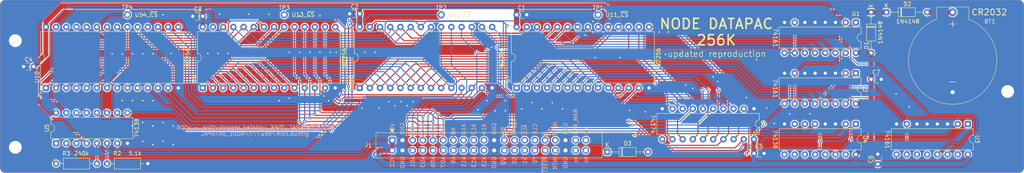
<source format=kicad_pcb>
(kicad_pcb (version 20221018) (generator pcbnew)
  (title_block (title "NODE DATAPAC 256K updated reproduction") (date "2023-08-26") (rev "006") (company "Brian K. White - b.kenyon.w@gmail.com") (comment 1 "github.com/bkw777/NODE_DATAPAC"))
  (layers (0 "F.Cu" signal) (31 "B.Cu" signal) (34 "B.Paste" user) (35 "F.Paste" user) (36 "B.SilkS" user "B.Silkscreen") (37 "F.SilkS" user "F.Silkscreen") (38 "B.Mask" user) (39 "F.Mask" user) (44 "Edge.Cuts" user))
  (net 0 "")
  (net 1 "GND")
  (net 2 "VMEM")
  (net 3 "VBUS")
  (net 4 "/AD0")
  (net 5 "/AD1")
  (net 6 "/AD2")
  (net 7 "/AD3")
  (net 8 "/AD4")
  (net 9 "/AD5")
  (net 10 "/AD6")
  (net 11 "/AD7")
  (net 12 "/A8")
  (net 13 "/A9")
  (net 14 "/A10")
  (net 15 "/A11")
  (net 16 "/A12")
  (net 17 "/A13")
  (net 18 "/A14")
  (net 19 "/A15")
  (net 20 "/~{RD}")
  (net 21 "/~{WR}")
  (net 22 "/Y0")
  (net 23 "/~{A}")
  (net 24 "/RAM_RST")
  (net 28 "/~{CS7}")
  (net 29 "/~{CS5}")
  (net 30 "/~{CS6}")
  (net 31 "/~{CS4}")
  (net 32 "Net-(U1-~{MR})")
  (net 33 "Net-(U1-CP)")
  (net 40 "/SLEEP")
  (net 41 "/A5")
  (net 42 "/A6")
  (net 43 "/~{CS3}")
  (net 44 "/~{CS2}")
  (net 45 "/~{CS1}")
  (net 46 "/~{CS0}")
  (net 47 "/A7")
  (net 48 "/BATT+")
  (net 49 "/BUS_A8")
  (net 50 "/BUS_A9")
  (net 51 "/A16")
  (net 52 "/A17")
  (net 53 "/A0")
  (net 54 "/A1")
  (net 55 "/A2")
  (net 56 "/A3")
  (net 57 "/A4")
  (net 72 "/TC1")
  (net 73 "/TC0")
  (footprint "000_LOCAL:MountingHole_3.2mm_M3_Pad" (layer "F.Cu") (at 270.256 99.06)
    (fp_text reference "H1" hide)
    (fp_text value "MountHole" hide)
  )
  (footprint "000_LOCAL:R_Axial_DIN0207_L6.3mm_D2.5mm_P10.16mm_Horizontal" (layer "F.Cu") (at 33.02 117.094)
    (fp_text reference "R3")
    (fp_text value "240k")
  )
  (footprint "000_LOCAL:C_cer_tht_p2.5" (layer "F.Cu") (at 27.432 92.837 180)
    (fp_text reference "C4")
    (fp_text value "0.1u")
  )
  (footprint "000_LOCAL:DIP-28_W15.24mm" (layer "F.Cu") (at 30.48 98.171 90)
    (fp_text reference "U10")
    (fp_text value "62256")
  )
  (footprint "000_LOCAL:C_cer_tht_p2.5" (layer "F.Cu") (at 69.596 80.264 180)
    (fp_text reference "C3")
    (fp_text value "0.1u")
  )
  (footprint "000_LOCAL:TP_THT" (layer "F.Cu") (at 168.148 79.883 180)
    (fp_text reference "TP1")
    (fp_text value "U11_~{CS}")
  )
  (footprint "000_LOCAL:DIP-16_W7.62mm" (layer "F.Cu") (at 232.41 81.788 -90)
    (fp_text reference "U1")
    (fp_text value "74161")
  )
  (footprint "000_LOCAL:DIP-28_W15.24mm" (layer "F.Cu") (at 108.712 98.171 90)
    (fp_text reference "U8")
    (fp_text value "62256")
  )
  (footprint "000_LOCAL:BH-25x-x" (layer "F.Cu") (at 256.54 91.248 90)
    (fp_text reference "BT1")
    (fp_text value "CR2032")
  )
  (footprint "000_LOCAL:DIP-16_W7.62mm" (layer "F.Cu") (at 260.35 107.188 -90)
    (fp_text reference "U3")
    (fp_text value "74161")
  )
  (footprint "000_LOCAL:C_cer_tht_p2.5" (layer "F.Cu") (at 207.03 114.554)
    (fp_text reference "C5")
    (fp_text value "0.1u")
  )
  (footprint "000_LOCAL:MountingHole_3.2mm_M3_Pad" (layer "F.Cu") (at 22.86 113.03)
    (fp_text reference "H3" hide)
    (fp_text value "MountHole" hide)
  )
  (footprint "000_LOCAL:DIP-28_W15.24mm" (layer "F.Cu") (at 147.828 98.171 90)
    (fp_text reference "U7")
    (fp_text value "62256")
  )
  (footprint "000_LOCAL:DIP-16_W7.62mm" (layer "F.Cu") (at 232.41 107.188 -90)
    (fp_text reference "U4")
    (fp_text value "74138")
  )
  (footprint "000_LOCAL:D_DO-35_SOD27_P10.16mm_Horizontal" (layer "F.Cu") (at 236.22 79.248 -90)
    (fp_text reference "D1")
    (fp_text value "1N4148")
  )
  (footprint "000_LOCAL:C_cer_tht_p2.5" (layer "F.Cu") (at 108.712 79.629 180)
    (fp_text reference "C2")
    (fp_text value "0.1u")
  )
  (footprint "000_LOCAL:D_DO-35_SOD27_P10.16mm_Horizontal" (layer "F.Cu") (at 240.03 79.248)
    (fp_text reference "D2")
    (fp_text value "1N4148")
  )
  (footprint "000_LOCAL:R_Axial_DIN0207_L6.3mm_D2.5mm_P10.16mm_Horizontal" (layer "F.Cu") (at 45.72 117.094)
    (fp_text reference "R2")
    (fp_text value "5.1k")
  )
  (footprint "000_LOCAL:TP_THT" (layer "F.Cu") (at 129.032 79.883 180)
    (fp_text reference "TP2")
    (fp_text value "U12_~{CS}")
  )
  (footprint "000_LOCAL:C_cer_tht_p2.5" (layer "F.Cu") (at 147.848 79.883)
    (fp_text reference "C1")
    (fp_text value "0.1u")
  )
  (footprint "000_LOCAL:TP_THT" (layer "F.Cu") (at 89.916 79.883 180)
    (fp_text reference "TP3")
    (fp_text value "U13_~{CS}")
  )
  (footprint "000_LOCAL:DIP-20_W7.62mm" (layer "F.Cu") (at 207.01 103.378 -90)
    (fp_text reference "U6")
    (fp_text value "74374")
  )
  (footprint "000_LOCAL:DIP-28_W15.24mm" (layer "F.Cu") (at 69.596 98.171 90)
    (fp_text reference "U9")
    (fp_text value "62256")
  )
  (footprint "000_LOCAL:MountingHole_3.2mm_M3_Pad" (layer "F.Cu") (at 22.86 86.36)
    (fp_text reference "H2" hide)
    (fp_text value "MountHole" hide)
  )
  (footprint "000_LOCAL:TP_THT" (layer "F.Cu") (at 50.8 79.883 180)
    (fp_text reference "TP4")
    (fp_text value "U14_~{CS}")
  )
  (footprint "000_LOCAL:C_cer_tht_p2.5" (layer "F.Cu") (at 236.22 96.012)
    (fp_text reference "C7")
    (fp_text value "0.1u")
  )
  (footprint "000_LOCAL:DIP-16_W7.62mm" (layer "F.Cu") (at 232.41 94.488 -90)
    (fp_text reference "U2")
    (fp_text value "74161")
  )
  (footprint "000_LOCAL:C_cer_tht_p2.5" (layer "F.Cu") (at 237.891 117.221 90)
    (fp_text reference "C6")
    (fp_text value "0.1u")
  )
  (footprint "000_LOCAL:IDC_to_board_2x20_flipped" (layer "F.Cu") (at 140.97 112.522 90)
    (fp_text reference "J1")
    (fp_text value "Conn_02x20_Odd_Even")
  )
  (footprint "000_LOCAL:D_DO-35_SOD27_P10.16mm_Horizontal" (layer "F.Cu") (at 170.434 114.173)
    (fp_text reference "D3")
    (fp_text value "1N4148")
  )
  (footprint "000_LOCAL:DIP-16_W7.62mm" (layer "F.Cu") (at 33.02 112.014 90)
    (fp_text reference "U5")
    (fp_text value "74138")
  )
  (gr_arc (start 274.32 118.11) (mid 273.948026 119.008026) (end 273.05 119.38) (stroke (width 0.0254)) (layer "Edge.Cuts"))
  (gr_line (start 273.05 119.38) (end 20.32 119.38) (stroke (width 0.0254)) (layer "Edge.Cuts"))
  (gr_line (start 274.32 77.47) (end 274.32 118.11) (stroke (width 0.0254)) (layer "Edge.Cuts"))
  (gr_arc (start 19.05 77.47) (mid 19.421974 76.571974) (end 20.32 76.2) (stroke (width 0.0254)) (layer "Edge.Cuts"))
  (gr_line (start 20.32 76.2) (end 273.05 76.2) (stroke (width 0.0254)) (layer "Edge.Cuts"))
  (gr_arc (start 273.05 76.2) (mid 273.948026 76.571974) (end 274.32 77.47) (stroke (width 0.0254)) (layer "Edge.Cuts"))
  (gr_arc (start 20.32 119.38) (mid 19.421974 119.008026) (end 19.05 118.11) (stroke (width 0.0254)) (layer "Edge.Cuts"))
  (gr_line (start 19.05 117.475) (end 19.05 77.47) (stroke (width 0.0254)) (layer "Edge.Cuts"))
  (gr_line (start 19.05 118.11) (end 19.05 117.475) (stroke (width 0.0254)) (layer "Edge.Cuts"))
  (gr_text "nc" (at 162.56 115.189 90) (layer "B.SilkS") (effects (font (size 1 1)) (justify left mirror)))
  (gr_text "~{RD}" (at 144.78 109.982 90) (layer "B.SilkS") (effects (font (size 1 1)) (justify right mirror)))
  (gr_text "S1" (at 149.86 115.189 90) (layer "B.SilkS") (effects (font (size 1 1)) (justify left mirror)))
  (gr_text "A13" (at 137.16 115.189 90) (layer "B.SilkS") (effects (font (size 1 1)) (justify left mirror)))
  (gr_text "A9" (at 132.08 115.189 90) (layer "B.SilkS") (effects (font (size 1 1)) (justify left mirror)))
  (gr_text "AD2" (at 124.46 109.982 90) (layer "B.SilkS") (effects (font (size 1 1)) (justify right mirror)))
  (gr_text "~{WR}" (at 144.78 115.189 90) (layer "B.SilkS") (effects (font (size 1 1)) (justify left mirror)))
  (gr_text "A15" (at 139.7 115.189 90) (layer "B.SilkS") (effects (font (size 1 1)) (justify left mirror)))
  (gr_text "${TITLE} - v${REVISION}\n${COMMENT1}" (at 82.55 108.839) (layer "B.SilkS") (effects (font (size 1 1)) (justify mirror)))
  (gr_text "AD3" (at 124.46 115.189 90) (layer "B.SilkS") (effects (font (size 1 1)) (justify left mirror)))
  (gr_text "S0" (at 147.32 115.189 90) (layer "B.SilkS") (effects (font (size 1 1)) (justify left mirror)))
  (gr_text "GND" (at 119.38 109.982 90) (layer "B.SilkS") (effects (font (size 1 1)) (justify right mirror)))
  (gr_text "A8" (at 132.08 109.982 90) (layer "B.SilkS") (effects (font (size 1 1)) (justify right mirror)))
  (gr_text "AD7" (at 129.54 115.189 90) (layer "B.SilkS") (effects (font (size 1 1)) (justify left mirror)))
  (gr_text "GND" (at 142.24 115.189 90) (layer "B.SilkS") (effects (font (size 1 1)) (justify left mirror)))
  (gr_text "A11" (at 134.62 115.189 90) (layer "B.SilkS") (effects (font (size 1 1)) (justify left mirror)))
  (gr_text "AD5" (at 127 115.189 90) (layer "B.SilkS") (effects (font (size 1 1)) (justify left mirror)))
  (gr_text "CLK" (at 152.4 109.982 90) (layer "B.SilkS") (effects (font (size 1 1)) (justify right mirror)))
  (gr_text "A12" (at 137.16 109.982 90) (layer "B.SilkS") (effects (font (size 1 1)) (justify right mirror)))
  (gr_text "VCC" (at 116.84 109.982 90) (layer "B.SilkS") (effects (font (size 1 1)) (justify right mirror)))
  (gr_text "INTR" (at 157.48 109.982 90) (layer "B.SilkS") (effects (font (size 1 1)) (justify right mirror)))
  (gr_text "AD0" (at 121.92 109.982 90) (layer "B.SilkS") (effects (font (size 1 1)) (justify right mirror)))
  (gr_text "AD6" (at 129.54 109.982 90) (layer "B.SilkS") (effects (font (size 1 1)) (justify right mirror)))
  (gr_text "nc" (at 165.1 115.189 90) (layer "B.SilkS") (effects (font (size 1 1)) (justify left mirror)))
  (gr_text "~{A}" (at 154.94 109.982 90) (layer "B.SilkS") (effects (font (size 1 1)) (justify right mirror)))
  (gr_text "AD1" (at 121.92 115.189 90) (layer "B.SilkS") (effects (font (size 1 1)) (justify left mirror)))
  (gr_text "~{ALE}" (at 149.86 109.982 90) (layer "B.SilkS") (effects (font (size 1 1)) (justify right mirror)))
  (gr_text "GND" (at 142.24 109.982 90) (layer "B.SilkS") (effects (font (size 1 1)) (justify right mirror)))
  (gr_text "nc" (at 165.1 109.982 90) (layer "B.SilkS") (effects (font (size 1 1)) (justify right mirror)))
  (gr_text "GND" (at 119.38 115.189 90) (layer "B.SilkS") (effects (font (size 1 1)) (justify left mirror)))
  (gr_text "GND" (at 160.02 115.189 90) (layer "B.SilkS") (effects (font (size 1 1)) (justify left mirror)))
  (gr_text "IO/~{M}" (at 147.32 109.982 90) (layer "B.SilkS") (effects (font (size 1 1)) (justify right mirror)))
  (gr_text "RAM_RST" (at 162.56 109.982 90) (layer "B.SilkS") (effects (font (size 1 1)) (justify right mirror)))
  (gr_text "Y0" (at 152.4 115.189 90) (layer "B.SilkS") (effects (font (size 1 1)) (justify left mirror)))
  (gr_text "GND" (at 160.02 109.982 90) (layer "B.SilkS") (effects (font (size 1 1)) (justify right mirror)))
  (gr_text "VCC" (at 116.84 115.189 90) (layer "B.SilkS") (effects (font (size 1 1)) (justify left mirror)))
  (gr_text "A14" (at 139.7 109.982 90) (layer "B.SilkS") (effects (font (size 1 1)) (justify right mirror)))
  (gr_text "~{RESET}" (at 154.94 115.189 90) (layer "B.SilkS") (effects (font (size 1 0.889)) (justify left mirror)))
  (gr_text "INTR" (at 157.48 115.189 90) (layer "B.SilkS") (effects (font (size 1 1)) (justify left mirror)))
  (gr_text "AD4" (at 127 109.982 90) (layer "B.SilkS") (effects (font (size 1 1)) (justify right mirror)))
  (gr_text "A10" (at 134.62 109.982 90) (layer "B.SilkS") (effects (font (size 1 1)) (justify right mirror)))
  (gr_text "CR2032" (at 265.684 79.248) (layer "F.SilkS") (effects (font (size 1.524 1.524) (thickness 0.2032))))
  (gr_text "NODE DATAPAC\n256K" (at 197.612 84.201) (layer "F.SilkS") (effects (font (size 2.54 2.54) (thickness 0.381))))
  (gr_text "updated reproduction" (at 197.739 89.662) (layer "F.SilkS") (effects (font (size 1.524 1.524) (thickness 0.1524))))
  (via (at 171.069 80.899) (size 0.762) (drill 0.3556) (layers "F.Cu" "B.Cu") (net 1))
  (via (at 61.722 89.535) (size 0.762) (drill 0.3556) (layers "F.Cu" "B.Cu") (net 1))
  (via (at 93.726 89.281) (size 0.762) (drill 0.3556) (layers "F.Cu" "B.Cu") (net 1))
  (via (at 49.53 89.662) (size 0.762) (drill 0.3556) (layers "F.Cu" "B.Cu") (net 1))
  (via (at 185.674 84.201) (size 0.762) (drill 0.3556) (layers "F.Cu" "B.Cu") (net 1))
  (via (at 54.61 106.807) (size 0.762) (drill 0.3556) (layers "F.Cu" "B.Cu") (net 1))
  (via (at 196.85 95.377) (size 0.762) (drill 0.3556) (layers "F.Cu" "B.Cu") (net 1))
  (via (at 183.388 84.201) (size 0.762) (drill 0.3556) (layers "F.Cu" "B.Cu") (net 1))
  (via (at 138.176 103.632) (size 0.762) (drill 0.3556) (layers "F.Cu" "B.Cu") (net 1))
  (via (at 75.946 89.535) (size 0.762) (drill 0.3556) (layers "F.Cu" "B.Cu") (net 1))
  (via (at 120.523 102.616) (size 0.762) (drill 0.3556) (layers "F.Cu" "B.Cu") (net 1))
  (via (at 46.99 89.662) (size 0.762) (drill 0.3556) (layers "F.Cu" "B.Cu") (net 1))
  (via (at 184.912 89.789) (size 0.762) (drill 0.3556) (layers "F.Cu" "B.Cu") (net 1))
  (via (at 167.4368 90.6018) (size 0.762) (drill 0.3556) (layers "F.Cu" "B.Cu") (net 1))
  (via (at 109.982 89.281) (size 0.762) (drill 0.3556) (layers "F.Cu" "B.Cu") (net 1))
  (via (at 215.9 104.648) (size 0.762) (drill 0.3556) (layers "F.Cu" "B.Cu") (net 1))
  (via (at 100.965 101.346) (size 0.762) (drill 0.3556) (layers "F.Cu" "B.Cu") (net 1))
  (via (at 154.178 103.378) (size 0.762) (drill 0.3556) (layers "F.Cu" "B.Cu") (net 1))
  (via (at 54.61 101.346) (size 0.762) (drill 0.3556) (layers "F.Cu" "B.Cu") (net 1))
  (via (at 81.026 79.756) (size 0.762) (drill 0.3556) (layers "F.Cu" "B.Cu") (net 1))
  (via (at 96.266 89.281) (size 0.762) (drill 0.3556) (layers "F.Cu" "B.Cu") (net 1))
  (via (at 212.09 107.061) (size 0.762) (drill 0.3556) (layers "F.Cu" "B.Cu") (net 1))
  (via (at 115.951 101.6) (size 0.762) (drill 0.3556) (layers "F.Cu" "B.Cu") (net 1))
  (via (at 164.973 84.963) (size 0.762) (drill 0.3556) (layers "F.Cu" "B.Cu") (net 1))
  (via (at 242.443 99.695) (size 0.762) (drill 0.3556) (layers "F.Cu" "B.Cu") (net 1))
  (via (at 62.23 107.696) (size 0.762) (drill 0.3556) (layers "F.Cu" "B.Cu") (net 1))
  (via (at 197.993 96.52) (size 0.762) (drill 0.3556) (layers "F.Cu" "B.Cu") (net 1))
  (via (at 98.806 80.137) (size 0.762) (drill 0.3556) (layers "F.Cu" "B.Cu") (net 1))
  (via (at 173.5836 90.6018) (size 0.762) (drill 0.3556) (layers "F.Cu" "B.Cu") (net 1))
  (via (at 52.07 89.662) (size 0.762) (drill 0.3556) (layers "F.Cu" "B.Cu") (net 1))
  (via (at 220.98 104.648) (size 0.762) (drill 0.3556) (layers "F.Cu" "B.Cu") (net 1))
  (via (at 109.347 103.251) (size 0.762) (drill 0.3556) (layers "F.Cu" "B.Cu") (net 1))
  (via (at 140.462 101.346) (size 0.762) (drill 0.3556) (layers "F.Cu" "B.Cu") (net 1))
  (via (at 59.69 111.506) (size 0.762) (drill 0.3556) (layers "F.Cu" "B.Cu") (net 1))
  (via (at 205.105 100.584) (size 0.762) (drill 0.3556) (layers "F.Cu" "B.Cu") (net 1))
  (via (at 112.522 89.281) (size 0.762) (drill 0.3556) (layers "F.Cu" "B.Cu") (net 1))
  (via (at 199.771 89.662) (size 0.762) (drill 0.3556) (layers "F.Cu" "B.Cu") (net 1))
  (via (at 59.69 106.807) (size 0.762) (drill 0.3556) (layers "F.Cu" "B.Cu") (net 1))
  (via (at 70.866 89.535) (size 0.762) (drill 0.3556) (layers "F.Cu" "B.Cu") (net 1))
  (via (at 166.878 81.534) (size 0.762) (drill 0.3556) (layers "F.Cu" "B.Cu") (net 1))
  (via (at 210.185 103.251) (size 0.762) (drill 0.3556) (layers "F.Cu" "B.Cu") (net 1))
  (via (at 54.61 111.506) (size 0.762) (drill 0.3556) (layers "F.Cu" "B.Cu") (net 1))
  (via (at 166.878 84.201) (size 0.762) (drill 0.3556) (layers "F.Cu" "B.Cu") (net 1))
  (via (at 141.605 88.011) (size 0.762) (drill 0.3556) (layers "F.Cu" "B.Cu") (net 1))
  (via (at 49.53 101.346) (size 0.762) (drill 0.3556) (layers "F.Cu" "B.Cu") (net 1))
  (via (at 117.475 102.616) (size 0.762) (drill 0.3556) (layers "F.Cu" "B.Cu") (net 1))
  (via (at 52.07 107.696) (size 0.762) (drill 0.3556) (layers "F.Cu" "B.Cu") (net 1))
  (via (at 169.418 84.201) (size 0.762) (drill 0.3556) (layers "F.Cu" "B.Cu") (net 1))
  (via (at 151.638 82.1944) (size 0.762) (drill 0.3556) (layers "F.Cu" "B.Cu") (net 1))
  (via (at 54.61 79.883) (size 0.762) (drill 0.3556) (layers "F.Cu" "B.Cu") (net 1))
  (via (at 54.61 89.662) (size 0.762) (drill 0.3556) (layers "F.Cu" "B.Cu") (net 1))
  (via (at 98.806 89.281) (size 0.762) (drill 0.3556) (layers "F.Cu" "B.Cu") (net 1))
  (via (at 245.745 102.87) (size 0.762) (drill 0.3556) (layers "F.Cu" "B.Cu") (net 1))
  (via (at 113.538 103.251) (size 0.762) (drill 0.3556) (layers "F.Cu" "B.Cu") (net 1))
  (via (at 86.106 79.756) (size 0.762) (drill 0.3556) (layers "F.Cu" "B.Cu") (net 1))
  (via (at 73.406 89.535) (size 0.762) (drill 0.3556) (layers "F.Cu" "B.Cu") (net 1))
  (via (at 145.034 101.346) (size 0.762) (drill 0.3556) (layers "F.Cu" "B.Cu") (net 1))
  (via (at 93.726 80.137) (size 0.762) (drill 0.3556) (layers "F.Cu" "B.Cu") (net 1))
  (via (at 96.266 80.137) (size 0.762) (drill 0.3556) (layers "F.Cu" "B.Cu") (net 1))
  (via (at 156.718 101.854) (size 0.762) (drill 0.3556) (layers "F.Cu" "B.Cu") (net 1))
  (via (at 191.77 98.298) (size 0.762) (drill 0.3556) (layers "F.Cu" "B.Cu") (net 1))
  (via (at 159.258 103.378) (size 0.762) (drill 0.3556) (layers "F.Cu" "B.Cu") (net 1))
  (via (at 73.787 79.756) (size 0.762) (drill 0.3556) (layers "F.Cu" "B.Cu") (net 1))
  (via (at 57.15 107.696) (size 0.762) (drill 0.3556) (layers "F.Cu" "B.Cu") (net 1))
  (via (at 91.186 89.281) (size 0.762) (drill 0.3556) (layers "F.Cu" "B.Cu") (net 1))
  (via (at 52.07 101.346) (size 0.762) (drill 0.3556) (layers "F.Cu" "B.Cu") (net 1))
  (via (at 149.098 103.378) (size 0.762) (drill 0.3556) (layers "F.Cu" "B.Cu") (net 1))
  (via (at 189.992 97.409) (size 0.762) (drill 0.3556) (layers "F.Cu" "B.Cu") (net 1))
  (via (at 176.022 103.759) (size 0.762) (drill 0.3556) (layers "F.Cu" "B.Cu") (net 1))
  (via (at 88.646 101.346) (size 0.762) (drill 0.3556) (layers "F.Cu" "B.Cu") (net 1))
  (via (at 99.822 100.203) (size 0.762) (drill 0.3556) (layers "F.Cu" "B.Cu") (net 1))
  (via (at 142.494 103.886) (size 0.762) (drill 0.3556) (layers "F.Cu" "B.Cu") (net 1))
  (via (at 91.186 100.711) (size 0.762) (drill 0.3556) (layers "F.Cu" "B.Cu") (net 1))
  (via (at 151.638 101.854) (size 0.762) (drill 0.3556) (layers "F.Cu" "B.Cu") (net 1))
  (via (at 122.047 101.6) (size 0.762) (drill 0.3556) (layers "F.Cu" "B.Cu") (net 1))
  (via (at 118.999 101.6) (size 0.762) (drill 0.3556) (layers "F.Cu" "B.Cu") (net 1))
  (via (at 62.23 112.395) (size 0.762) (drill 0.3556) (layers "F.Cu" "B.Cu") (net 1))
  (via (at 179.959 104.14) (size 0.762) (drill 0.3556) (layers "F.Cu" "B.Cu") (net 1))
  (via (at 59.69 79.883) (size 0.762) (drill 0.3556) (layers "F.Cu" "B.Cu") (net 1))
  (via (at 57.15 101.346) (size 0.762) (drill 0.3556) (layers "F.Cu" "B.Cu") (net 1))
  (via (at 207.645 91.059) (size 0.762) (drill 0.3556) (layers "F.Cu" "B.Cu") (net 1))
  (via (at 145.034 103.886) (size 0.762) (drill 0.3556) (layers "F.Cu" "B.Cu") (net 1))
  (via (at 57.150001 112.395) (size 0.762) (drill 0.3556) (layers "F.Cu" "B.Cu") (net 1))
  (via (at 57.15 89.662) (size 0.762) (drill 0.3556) (layers "F.Cu" "B.Cu") (net 1))
  (via (at 102.87 89.281) (size 0.762) (drill 0.3556) (layers "F.Cu" "B.Cu") (net 1))
  (via (at 101.346 89.281) (size 0.762) (drill 0.3556) (layers "F.Cu" "B.Cu") (net 1))
  (via (at 188.595 89.789) (size 0.762) (drill 0.3556) (layers "F.Cu" "B.Cu") (net 1))
  (segment (start 147.828 82.931) (end 147.828 77.724) (width 1.27) (layer "F.Cu") (net 2))
  (segment (start 30.48 81.661) (end 30.48 82.931) (width 1.27) (layer "F.Cu") (net 2))
  (segment (start 31.623 109.601) (end 31.623 115.697) (width 0.254) (layer "F.Cu") (net 2))
  (segment (start 236.22 79.248) (end 240.03 79.248) (width 1.27) (layer "F.Cu") (net 2))
  (segment (start 34.417 77.724) (end 30.48 81.661) (width 1.27) (layer "F.Cu") (net 2))
  (segment (start 69.596 77.724) (end 34.417 77.724) (width 1.27) (layer "F.Cu") (net 2))
  (segment (start 30.48 89.789) (end 30.48 82.931) (width 1.27) (layer "F.Cu") (net 2))
  (segment (start 209.55 79.248) (end 236.22 79.248) (width 1.27) (layer "F.Cu") (net 2))
  (segment (start 69.596 82.931) (end 69.596 77.724) (width 1.27) (layer "F.Cu") (net 2))
  (segment (start 147.828 77.724) (end 108.712 77.724) (width 1.27) (layer "F.Cu") (net 2))
  (segment (start 27.432 92.837) (end 30.48 89.789) (width 1.27) (layer "F.Cu") (net 2))
  (segment (start 108.712 77.724) (end 69.596 77.724) (width 1.27) (layer "F.Cu") (net 2))
  (segment (start 27.432 100.076) (end 27.432 92.837) (width 1.27) (layer "F.Cu") (net 2))
  (segment (start 147.828 77.724) (end 169.926 77.724) (width 1.27) (layer "F.Cu") (net 2))
  (segment (start 31.75 109.474) (end 31.623 109.601) (width 0.254) (layer "F.Cu") (net 2))
  (segment (start 108.712 82.931) (end 108.712 77.724) (width 1.27) (layer "F.Cu") (net 2))
  (segment (start 171.45 79.248) (end 209.55 79.248) (width 1.27) (layer "F.Cu") (net 2))
  (segment (start 31.75 104.394) (end 27.432 100.076) (width 1.27) (layer "F.Cu") (net 2))
  (segment (start 31.623 115.697) (end 33.02 117.094) (width 0.254) (layer "F.Cu") (net 2))
  (segment (start 33.02 104.394) (end 31.75 104.394) (width 1.27) (layer "F.Cu") (net 2))
  (segment (start 31.75 104.394) (end 31.75 109.474) (width 0.254) (layer "F.Cu") (net 2))
  (segment (start 169.926 77.724) (end 171.45 79.248) (width 1.27) (layer "F.Cu") (net 2))
  (segment (start 45.72 112.014) (end 45.72 117.094) (width 0.254) (layer "F.Cu") (net 3))
  (segment (start 236.22 110.998) (end 236.22 89.408) (width 1.27) (layer "F.Cu") (net 3))
  (segment (start 116.84 113.792) (end 116.84 111.252) (width 1.27) (layer "F.Cu") (net 3))
  (segment (start 217.17 89.408) (end 217.17 81.788) (width 0.254) (layer "F.Cu") (net 3))
  (segment (start 236.22 89.408) (end 232.41 89.408) (width 1.27) (layer "F.Cu") (net 3))
  (segment (start 217.17 92.202) (end 215.9 93.472) (width 0.254) (layer "F.Cu") (net 3))
  (segment (start 232.41 102.108) (end 236.093 102.108) (width 1.27) (layer "F.Cu") (net 3))
  (segment (start 215.9 100.838) (end 214.63 102.108) (width 0.254) (layer "F.Cu") (net 3))
  (segment (start 215.9 93.472) (end 215.9 100.838) (width 0.254) (layer "F.Cu") (net 3))
  (segment (start 112.649 114.808) (end 113.665 113.792) (width 1.27) (layer "F.Cu") (net 3))
  (segment (start 207.01 114.534) (end 207.03 114.554) (width 1.27) (layer "F.Cu") (net 3))
  (segment (start 214.63 89.408) (end 217.17 89.408) (width 0.254) (layer "F.Cu") (net 3))
  (segment (start 217.17 89.408) (end 217.17 92.202) (width 0.254) (layer "F.Cu") (net 3))
  (segment (start 207.01 109.728) (end 207.01 110.998) (width 0.254) (layer "F.Cu") (net 3))
  (segment (start 207.01 110.998) (end 207.01 114.534) (width 1.27) (layer "F.Cu") (net 3))
  (segment (start 209.6135 107.1245) (end 207.01 109.728) (width 0.254) (layer "F.Cu") (net 3))
  (segment (start 232.41 114.808) (end 236.22 110.998) (width 1.27) (layer "F.Cu") (net 3))
  (segment (start 113.665 113.792) (end 116.84 113.792) (width 1.27) (layer "F.Cu") (net 3))
  (via (at 112.649 114.808) (size 1.27) (drill 0.508) (layers "F.Cu" "B.Cu") (net 3))
  (via (at 209.6135 107.1245) (size 0.762) (drill 0.3556) (layers "F.Cu" "B.Cu") (net 3))
  (segment (start 242.57 117.221) (end 232.41 117.221) (width 1.27) (layer "B.Cu") (net 3))
  (segment (start 207.01 114.574) (end 207.03 114.554) (width 1.27) (layer "B.Cu") (net 3))
  (segment (start 209.6135 107.1245) (end 214.63 102.108) (width 0.254) (layer "B.Cu") (net 3))
  (segment (start 242.57 117.221) (end 242.57 114.808) (width 0.254) (layer "B.Cu") (net 3))
  (segment (start 232.41 114.808) (end 232.41 117.221) (width 1.27) (layer "B.Cu") (net 3))
  (segment (start 108.966 114.3) (end 112.014 111.252) (width 0.254) (layer "B.Cu") (net 3))
  (segment (start 115.062 117.221) (end 207.01 117.221) (width 1.27) (layer "B.Cu") (net 3))
  (segment (start 259.207 117.221) (end 260.35 116.078) (width 1.27) (layer "B.Cu") (net 3))
  (segment (start 260.35 116.078) (end 260.35 114.808) (width 1.27) (layer "B.Cu") (net 3))
  (segment (start 242.57 117.221) (end 259.207 117.221) (width 1.27) (layer "B.Cu") (net 3))
  (segment (start 112.014 111.252) (end 116.84 111.252) (width 0.254) (layer "B.Cu") (net 3))
  (segment (start 45.72 112.014) (end 48.006 114.3) (width 0.254) (layer "B.Cu") (net 3))
  (segment (start 112.649 114.808) (end 115.062 117.221) (width 1.27) (layer "B.Cu") (net 3))
  (segment (start 48.006 114.3) (end 108.966 114.3) (width 0.254) (layer "B.Cu") (net 3))
  (segment (start 207.01 117.221) (end 207.01 114.574) (width 1.27) (layer "B.Cu") (net 3))
  (segment (start 232.41 117.221) (end 207.01 117.221) (width 1.27) (layer "B.Cu") (net 3))
  (segment (start 93.726 96.139) (end 92.456 94.869) (width 0.254) (layer "F.Cu") (net 4))
  (segment (start 102.108 107.442) (end 94.615 107.442) (width 0.254) (layer "F.Cu") (net 4))
  (segment (start 92.456 94.869) (end 92.456 82.931) (width 0.254) (layer "F.Cu") (net 4))
  (segment (start 132.588 106.553) (end 130.937 108.204) (width 0.254) (layer "F.Cu") (net 4))
  (segment (start 178.308 89.916) (end 178.308 82.931) (width 0.254) (layer "F.Cu") (net 4))
  (segment (start 130.937 108.204) (end 121.92 108.204) (width 0.254) (layer "F.Cu") (net 4))
  (segment (start 102.87 108.204) (end 102.108 107.442) (width 0.254) (layer "F.Cu") (net 4))
  (segment (start 191.77 103.378) (end 178.308 89.916) (width 0.254) (layer "F.Cu") (net 4))
  (segment (start 121.92 108.204) (end 102.87 108.204) (width 0.254) (layer "F.Cu") (net 4))
  (segment (start 94.615 107.442) (end 93.726 106.553) (width 0.254) (layer "F.Cu") (net 4))
  (segment (start 175.768 106.553) (end 132.588 106.553) (width 0.254) (layer "F.Cu") (net 4))
  (segment (start 93.726 106.553) (end 93.726 96.139) (width 0.254) (layer "F.Cu") (net 4))
  (via (at 121.92 108.204) (size 0.762) (drill 0.3556) (layers "F.Cu" "B.Cu") (net 4))
  (via (at 175.768 106.553) (size 0.762) (drill 0.3556) (layers "F.Cu" "B.Cu") (net 4))
  (via (at 93.726 106.553) (size 0.762) (drill 0.3556) (layers "F.Cu" "B.Cu") (net 4))
  (segment (start 125.349 101.473) (end 133.223 101.473) (width 0.254) (layer "B.Cu") (net 4))
  (segment (start 121.92 108.204) (end 121.92 111.252) (width 0.254) (layer "B.Cu") (net 4))
  (segment (start 133.223 101.473) (end 135.382 99.314) (width 0.254) (layer "B.Cu") (net 4))
  (segment (start 135.382 96.139) (end 131.572 92.329) (width 0.254) (layer "B.Cu") (net 4))
  (segment (start 66.802 106.553) (end 58.42 98.171) (width 0.254) (layer "B.Cu") (net 4))
  (segment (start 188.595 106.553) (end 191.77 103.378) (width 0.254) (layer "B.Cu") (net 4))
  (segment (start 175.768 106.553) (end 188.595 106.553) (width 0.254) (layer "B.Cu") (net 4))
  (segment (start 131.572 92.329) (end 131.572 82.931) (width 0.254) (layer "B.Cu") (net 4))
  (segment (start 121.92 108.204) (end 121.92 104.902) (width 0.254) (layer "B.Cu") (net 4))
  (segment (start 121.92 104.902) (end 125.349 101.473) (width 0.254) (layer "B.Cu") (net 4))
  (segment (start 135.382 99.314) (end 135.382 96.139) (width 0.254) (layer "B.Cu") (net 4))
  (segment (start 93.726 106.553) (end 66.802 106.553) (width 0.254) (layer "B.Cu") (net 4))
  (segment (start 180.848 82.931) (end 186.436 82.931) (width 0.254) (layer "F.Cu") (net 5))
  (segment (start 176.403 105.664) (end 183.261 112.522) (width 0.254) (layer "F.Cu") (net 5))
  (segment (start 122.301 106.553) (end 123.19 107.442) (width 0.254) (layer "F.Cu") (net 5))
  (segment (start 200.66 97.155) (end 200.66 109.728) (width 0.254) (layer "F.Cu") (net 5))
  (segment (start 120.65 106.553) (end 122.301 106.553) (width 0.254) (layer "F.Cu") (net 5))
  (segment (start 200.66 109.728) (end 199.39 110.998) (width 0.254) (layer "F.Cu") (net 5))
  (segment (start 120.65 106.553) (end 94.996 106.553) (width 0.254) (layer "F.Cu") (net 5))
  (segment (start 197.866 112.522) (end 199.39 110.998) (width 0.254) (layer "F.Cu") (net 5))
  (segment (start 183.261 112.522) (end 197.866 112.522) (width 0.254) (layer "F.Cu") (net 5))
  (segment (start 94.996 98.171) (end 94.996 106.553) (width 0.254) (layer "F.Cu") (net 5))
  (segment (start 186.436 82.931) (end 200.66 97.155) (width 0.254) (layer "F.Cu") (net 5))
  (segment (start 130.683 107.442) (end 132.461 105.664) (width 0.254) (layer "F.Cu") (net 5))
  (segment (start 123.19 107.442) (end 130.683 107.442) (width 0.254) (layer "F.Cu") (net 5))
  (segment (start 132.461 105.664) (end 176.403 105.664) (width 0.254) (layer "F.Cu") (net 5))
  (via (at 94.996 106.553) (size 0.762) (drill 0.3556) (layers "F.Cu" "B.Cu") (net 5))
  (via (at 120.65 106.553) (size 0.762) (drill 0.3556) (layers "F.Cu" "B.Cu") (net 5))
  (segment (start 66.421 107.442) (end 61.595 102.616) (width 0.254) (layer "B.Cu") (net 5))
  (segment (start 120.65 106.553) (end 120.65 105.156) (width 0.254) (layer "B.Cu") (net 5))
  (segment (start 134.112 99.314) (end 134.112 98.171) (width 0.254) (layer "B.Cu") (net 5))
  (segment (start 120.65 106.553) (end 120.65 112.522) (width 0.254) (layer "B.Cu") (net 5))
  (segment (start 132.588 100.838) (end 134.112 99.314) (width 0.254) (layer "B.Cu") (net 5))
  (segment (start 94.996 106.553) (end 94.107 107.442) (width 0.254) (layer "B.Cu") (net 5))
  (segment (start 60.325 102.616) (end 55.88 98.171) (width 0.254) (layer "B.Cu") (net 5))
  (segment (start 120.65 112.522) (end 121.92 113.792) (width 0.254) (layer "B.Cu") (net 5))
  (segment (start 120.65 105.156) (end 124.968 100.838) (width 0.254) (layer "B.Cu") (net 5))
  (segment (start 124.968 100.838) (end 132.588 100.838) (width 0.254) (layer "B.Cu") (net 5))
  (segment (start 94.107 107.442) (end 66.421 107.442) (width 0.254) (layer "B.Cu") (net 5))
  (segment (start 61.595 102.616) (end 60.325 102.616) (width 0.254) (layer "B.Cu") (net 5))
  (segment (start 97.79 105.029) (end 97.536 104.775) (width 0.254) (layer "F.Cu") (net 6))
  (segment (start 189.23 110.998) (end 187.96 109.728) (width 0.254) (layer "F.Cu") (net 6))
  (segment (start 176.657 89.662) (end 175.768 89.662) (width 0.254) (layer "F.Cu") (net 6))
  (segment (start 187.96 109.728) (end 187.96 100.965) (width 0.254) (layer "F.Cu") (net 6))
  (segment (start 138.176 89.662) (end 175.768 89.662) (width 0.254) (layer "F.Cu") (net 6))
  (segment (start 137.922 89.408) (end 138.176 89.662) (width 0.254) (layer "F.Cu") (net 6))
  (segment (start 124.46 105.283) (end 124.206 105.029) (width 0.254) (layer "F.Cu") (net 6))
  (segment (start 175.768 89.662) (end 175.768 82.931) (width 0.254) (layer "F.Cu") (net 6))
  (segment (start 97.536 104.775) (end 97.536 98.171) (width 0.254) (layer "F.Cu") (net 6))
  (segment (start 124.206 105.029) (end 97.79 105.029) (width 0.254) (layer "F.Cu") (net 6))
  (segment (start 187.96 100.965) (end 176.657 89.662) (width 0.254) (layer "F.Cu") (net 6))
  (via (at 97.536 104.775) (size 0.762) (drill 0.3556) (layers "F.Cu" "B.Cu") (net 6))
  (via (at 124.46 105.283) (size 0.762) (drill 0.3556) (layers "F.Cu" "B.Cu") (net 6))
  (via (at 137.922 89.408) (size 0.762) (drill 0.3556) (layers "F.Cu" "B.Cu") (net 6))
  (segment (start 53.34 82.931) (end 53.34 84.074) (width 0.254) (layer "B.Cu") (net 6))
  (segment (start 134.62 102.743) (end 137.922 99.441) (width 0.254) (layer "B.Cu") (net 6))
  (segment (start 124.46 105.283) (end 127 102.743) (width 0.254) (layer "B.Cu") (net 6))
  (segment (start 67.945 104.775) (end 97.536 104.775) (width 0.254) (layer "B.Cu") (net 6))
  (segment (start 124.46 111.252) (end 124.46 105.283) (width 0.254) (layer "B.Cu") (net 6))
  (segment (start 134.112 85.598) (end 134.112 82.931) (width 0.254) (layer "B.Cu") (net 6))
  (segment (start 53.34 84.074) (end 62.23 92.964) (width 0.254) (layer "B.Cu") (net 6))
  (segment (start 127 102.743) (end 134.62 102.743) (width 0.254) (layer "B.Cu") (net 6))
  (segment (start 62.23 92.964) (end 62.23 99.06) (width 0.254) (layer "B.Cu") (net 6))
  (segment (start 137.922 89.408) (end 134.112 85.598) (width 0.254) (layer "B.Cu") (net 6))
  (segment (start 137.922 99.441) (end 137.922 89.408) (width 0.254) (layer "B.Cu") (net 6))
  (segment (start 62.23 99.06) (end 67.945 104.775) (width 0.254) (layer "B.Cu") (net 6))
  (segment (start 136.652 98.171) (end 138.176 96.647) (width 0.254) (layer "F.Cu") (net 7))
  (segment (start 146.05 99.568) (end 171.831 99.568) (width 0.254) (layer "F.Cu") (net 7))
  (segment (start 104.14 84.455) (end 102.616 82.931) (width 0.254) (layer "F.Cu") (net 7))
  (segment (start 104.14 99.822) (end 135.001 99.822) (width 0.254) (layer "F.Cu") (net 7))
  (segment (start 135.001 99.822) (end 136.652 98.171) (width 0.254) (layer "F.Cu") (net 7))
  (segment (start 104.14 99.822) (end 104.14 84.455) (width 0.254) (layer "F.Cu") (net 7))
  (segment (start 138.176 96.647) (end 143.129 96.647) (width 0.254) (layer "F.Cu") (net 7))
  (segment (start 171.831 99.568) (end 173.228 98.171) (width 0.254) (layer "F.Cu") (net 7))
  (segment (start 143.129 96.647) (end 146.05 99.568) (width 0.254) (layer "F.Cu") (net 7))
  (via (at 104.14 99.822) (size 0.762) (drill 0.3556) (layers "F.Cu" "B.Cu") (net 7))
  (segment (start 123.19 104.648) (end 125.73 102.108) (width 0.254) (layer "B.Cu") (net 7))
  (segment (start 176.149 101.092) (end 173.228 98.171) (width 0.254) (layer "B.Cu") (net 7))
  (segment (start 136.652 99.441) (end 136.652 98.171) (width 0.254) (layer "B.Cu") (net 7))
  (segment (start 123.19 112.522) (end 123.19 104.648) (width 0.254) (layer "B.Cu") (net 7))
  (segment (start 189.23 103.378) (end 186.944 101.092) (width 0.254) (layer "B.Cu") (net 7))
  (segment (start 186.944 101.092) (end 176.149 101.092) (width 0.254) (layer "B.Cu") (net 7))
  (segment (start 133.985 102.108) (end 136.652 99.441) (width 0.254) (layer "B.Cu") (net 7))
  (segment (start 69.977 102.362) (end 66.802 99.187) (width 0.254) (layer "B.Cu") (net 7))
  (segment (start 104.14 99.822) (end 101.6 102.362) (width 0.254) (layer "B.Cu") (net 7))
  (segment (start 66.802 99.187) (end 66.802 86.233) (width 0.254) (layer "B.Cu") (net 7))
  (segment (start 101.6 102.362) (end 69.977 102.362) (width 0.254) (layer "B.Cu") (net 7))
  (segment (start 125.73 102.108) (end 133.985 102.108) (width 0.254) (layer "B.Cu") (net 7))
  (segment (start 124.46 113.792) (end 123.19 112.522) (width 0.254) (layer "B.Cu") (net 7))
  (segment (start 66.802 86.233) (end 63.5 82.931) (width 0.254) (layer "B.Cu") (net 7))
  (segment (start 179.578 82.169) (end 178.943 81.534) (width 0.254) (layer "F.Cu") (net 8))
  (segment (start 179.578 89.027) (end 179.578 82.169) (width 0.254) (layer "F.Cu") (net 8))
  (segment (start 96.266 105.664) (end 96.266 96.139) (width 0.254) (layer "F.Cu") (net 8))
  (segment (start 96.266 96.139) (end 94.996 94.869) (width 0.254) (layer "F.Cu") (net 8))
  (segment (start 123.571 106.553) (end 122.682 105.664) (width 0.254) (layer "F.Cu") (net 8))
  (segment (start 127 106.553) (end 123.571 106.553) (width 0.254) (layer "F.Cu") (net 8))
  (segment (start 178.943 81.534) (end 174.625 81.534) (width 0.254) (layer "F.Cu") (net 8))
  (segment (start 140.462 88.773) (end 140.716 89.027) (width 0.254) (layer "F.Cu") (net 8))
  (segment (start 193.04 102.489) (end 179.578 89.027) (width 0.254) (layer "F.Cu") (net 8))
  (segment (start 94.996 94.869) (end 94.996 82.931) (width 0.254) (layer "F.Cu") (net 8))
  (segment (start 191.77 110.998) (end 193.04 109.728) (width 0.254) (layer "F.Cu") (net 8))
  (segment (start 193.04 109.728) (end 193.04 102.489) (width 0.254) (layer "F.Cu") (net 8))
  (segment (start 122.682 105.664) (end 96.266 105.664) (width 0.254) (layer "F.Cu") (net 8))
  (segment (start 167.132 89.027) (end 173.228 82.931) (width 0.254) (layer "F.Cu") (net 8))
  (segment (start 140.716 89.027) (end 167.132 89.027) (width 0.254) (layer "F.Cu") (net 8))
  (segment (start 174.625 81.534) (end 173.228 82.931) (width 0.254) (layer "F.Cu") (net 8))
  (via (at 127 106.553) (size 0.762) (drill 0.3556) (layers "F.Cu" "B.Cu") (net 8))
  (via (at 96.266 105.664) (size 0.762) (drill 0.3556) (layers "F.Cu" "B.Cu") (net 8))
  (via (at 140.462 88.773) (size 0.762) (drill 0.3556) (layers "F.Cu" "B.Cu") (net 8))
  (segment (start 67.31 105.664) (end 60.96 99.314) (width 0.254) (layer "B.Cu") (net 8))
  (segment (start 60.96 99.314) (end 60.96 98.171) (width 0.254) (layer "B.Cu") (net 8))
  (segment (start 140.462 88.773) (end 136.652 84.963) (width 0.254) (layer "B.Cu") (net 8))
  (segment (start 136.017 104.013) (end 140.462 99.568) (width 0.254) (layer "B.Cu") (net 8))
  (segment (start 127 104.902) (end 127.889 104.013) (width 0.254) (layer "B.Cu") (net 8))
  (segment (start 140.462 99.568) (end 140.462 88.773) (width 0.254) (layer "B.Cu") (net 8))
  (segment (start 127 111.252) (end 127 106.553) (width 0.254) (layer "B.Cu") (net 8))
  (segment (start 136.652 84.963) (end 136.652 82.931) (width 0.254) (layer "B.Cu") (net 8))
  (segment (start 127 106.553) (end 127 104.902) (width 0.254) (layer "B.Cu") (net 8))
  (segment (start 96.266 105.664) (end 67.31 105.664) (width 0.254) (layer "B.Cu") (net 8))
  (segment (start 127.889 104.013) (end 136.017 104.013) (width 0.254) (layer "B.Cu") (net 8))
  (segment (start 104.14 101.219) (end 104.902 100.457) (width 0.254) (layer "F.Cu") (net 9))
  (segment (start 103.378 101.219) (end 101.346 99.187) (width 0.254) (layer "F.Cu") (net 9))
  (segment (start 175.768 98.171) (end 173.736 100.203) (width 0.254) (layer "F.Cu") (net 9))
  (segment (start 104.902 100.457) (end 136.906 100.457) (width 0.254) (layer "F.Cu") (net 9))
  (segment (start 141.224 100.203) (end 139.192 98.171) (width 0.254) (layer "F.Cu") (net 9))
  (segment (start 173.736 100.203) (end 141.224 100.203) (width 0.254) (layer "F.Cu") (net 9))
  (segment (start 104.14 101.219) (end 103.378 101.219) (width 0.254) (layer "F.Cu") (net 9))
  (segment (start 101.346 96.139) (end 100.076 94.869) (width 0.254) (layer "F.Cu") (net 9))
  (segment (start 101.346 99.187) (end 101.346 96.139) (width 0.254) (layer "F.Cu") (net 9))
  (segment (start 136.906 100.457) (end 139.192 98.171) (width 0.254) (layer "F.Cu") (net 9))
  (segment (start 100.076 94.869) (end 100.076 82.931) (width 0.254) (layer "F.Cu") (net 9))
  (via (at 104.14 101.219) (size 0.762) (drill 0.3556) (layers "F.Cu" "B.Cu") (net 9))
  (segment (start 102.362 102.997) (end 69.342 102.997) (width 0.254) (layer "B.Cu") (net 9))
  (segment (start 139.192 99.441) (end 139.192 98.171) (width 0.254) (layer "B.Cu") (net 9))
  (segment (start 127 113.792) (end 125.73 112.522) (width 0.254) (layer "B.Cu") (net 9))
  (segment (start 135.255 103.378) (end 139.192 99.441) (width 0.254) (layer "B.Cu") (net 9))
  (segment (start 125.73 112.522) (end 125.73 105.156) (width 0.254) (layer "B.Cu") (net 9))
  (segment (start 199.39 103.378) (end 196.469 100.457) (width 0.254) (layer "B.Cu") (net 9))
  (segment (start 178.054 100.457) (end 175.768 98.171) (width 0.254) (layer "B.Cu") (net 9))
  (segment (start 196.469 100.457) (end 178.054 100.457) (width 0.254) (layer "B.Cu") (net 9))
  (segment (start 66.04 99.695) (end 66.04 88.011) (width 0.254) (layer "B.Cu") (net 9))
  (segment (start 125.73 105.156) (end 127.508 103.378) (width 0.254) (layer "B.Cu") (net 9))
  (segment (start 127.508 103.378) (end 135.255 103.378) (width 0.254) (layer "B.Cu") (net 9))
  (segment (start 69.342 102.997) (end 66.04 99.695) (width 0.254) (layer "B.Cu") (net 9))
  (segment (start 66.04 88.011) (end 60.96 82.931) (width 0.254) (layer "B.Cu") (net 9))
  (segment (start 104.14 101.219) (end 102.362 102.997) (width 0.254) (layer "B.Cu") (net 9))
  (segment (start 126.3015 104.394) (end 99.314 104.394) (width 0.254) (layer "F.Cu") (net 10))
  (segment (start 127.6985 105.791) (end 126.3015 104.394) (width 0.254) (layer "F.Cu") (net 10))
  (segment (start 132.08 105.029) (end 171.45 105.029) (width 0.254) (layer "F.Cu") (net 10))
  (segment (start 98.806 96.139) (end 97.536 94.869) (width 0.254) (layer "F.Cu") (net 10))
  (segment (start 129.54 105.791) (end 131.318 105.791) (width 0.254) (layer "F.Cu") (net 10))
  (segment (start 98.806 103.886) (end 98.806 96.139) (width 0.254) (layer "F.Cu") (net 10))
  (segment (start 129.54 105.791) (end 127.6985 105.791) (width 0.254) (layer "F.Cu") (net 10))
  (segment (start 99.314 104.394) (end 98.806 103.886) (width 0.254) (layer "F.Cu") (net 10))
  (segment (start 131.318 105.791) (end 132.08 105.029) (width 0.254) (layer "F.Cu") (net 10))
  (segment (start 171.45 105.029) (end 178.308 98.171) (width 0.254) (layer "F.Cu") (net 10))
  (segment (start 97.536 94.869) (end 97.536 82.931) (width 0.254) (layer "F.Cu") (net 10))
  (via (at 129.54 105.791) (size 0.762) (drill 0.3556) (layers "F.Cu" "B.Cu") (net 10))
  (via (at 98.806 103.886) (size 0.762) (drill 0.3556) (layers "F.Cu" "B.Cu") (net 10))
  (segment (start 143.891 100.838) (end 143.891 85.09) (width 0.254) (layer "B.Cu") (net 10))
  (segment (start 65.278 100.33) (end 65.278 89.789) (width 0.254) (layer "B.Cu") (net 10))
  (segment (start 68.834 103.886) (end 65.278 100.33) (width 0.254) (layer "B.Cu") (net 10))
  (segment (start 179.959 99.822) (end 178.308 98.171) (width 0.254) (layer "B.Cu") (net 10))
  (segment (start 138.938 105.791) (end 143.891 100.838) (width 0.254) (layer "B.Cu") (net 10))
  (segment (start 65.278 89.789) (end 58.42 82.931) (width 0.254) (layer "B.Cu") (net 10))
  (segment (start 143.891 85.09) (end 141.732 82.931) (width 0.254) (layer "B.Cu") (net 10))
  (segment (start 129.54 105.791) (end 129.54 111.252) (width 0.254) (layer "B.Cu") (net 10))
  (segment (start 198.374 99.822) (end 179.959 99.822) (width 0.254) (layer "B.Cu") (net 10))
  (segment (start 98.806 103.886) (end 68.834 103.886) (width 0.254) (layer "B.Cu") (net 10))
  (segment (start 129.54 105.791) (end 138.938 105.791) (width 0.254) (layer "B.Cu") (net 10))
  (segment (start 201.93 103.378) (end 198.374 99.822) (width 0.254) (layer "B.Cu") (net 10))
  (segment (start 116.205 103.759) (end 114.554 102.108) (width 0.254) (layer "F.Cu") (net 11))
  (segment (start 170.688 82.931) (end 172.72 80.899) (width 0.254) (layer "F.Cu") (net 11))
  (segment (start 203.2 98.552) (end 203.2 109.728) (width 0.254) (layer "F.Cu") (net 11))
  (segment (start 170.688 84.328) (end 170.688 82.931) (width 0.254) (layer "F.Cu") (net 11))
  (segment (start 103.251 102.108) (end 100.33 99.187) (width 0.254) (layer "F.Cu") (net 11))
  (segment (start 167.005 88.011) (end 170.688 84.328) (width 0.254) (layer "F.Cu") (net 11))
  (segment (start 100.33 98.425) (end 100.076 98.171) (width 0.254) (layer "F.Cu") (net 11))
  (segment (start 127.127 103.759) (end 116.205 103.759) (width 0.254) (layer "F.Cu") (net 11))
  (segment (start 128.27 104.902) (end 127.127 103.759) (width 0.254) (layer "F.Cu") (net 11))
  (segment (start 114.554 102.108) (end 103.251 102.108) (width 0.254) (layer "F.Cu") (net 11))
  (segment (start 203.2 109.728) (end 201.93 110.998) (width 0.254) (layer "F.Cu") (net 11))
  (segment (start 172.72 80.899) (end 185.547 80.899) (width 0.254) (layer "F.Cu") (net 11))
  (segment (start 100.33 99.187) (end 100.33 98.425) (width 0.254) (layer "F.Cu") (net 11))
  (segment (start 143.002 88.011) (end 167.005 88.011) (width 0.254) (layer "F.Cu") (net 11))
  (segment (start 185.547 80.899) (end 203.2 98.552) (width 0.254) (layer "F.Cu") (net 11))
  (via (at 143.002 88.011) (size 0.762) (drill 0.3556) (layers "F.Cu" "B.Cu") (net 11))
  (via (at 128.27 104.902) (size 0.762) (drill 0.3556) (layers "F.Cu" "B.Cu") (net 11))
  (segment (start 68.58 99.695) (end 98.552 99.695) (width 0.254) (layer "B.Cu") (net 11))
  (segment (start 64.135 81.534) (end 64.897 82.296) (width 0.254) (layer "B.Cu") (net 11))
  (segment (start 143.256 86.995) (end 139.192 82.931) (width 0.254) (layer "B.Cu") (net 11))
  (segment (start 67.564 98.679) (end 68.58 99.695) (width 0.254) (layer "B.Cu") (net 11))
  (segment (start 128.27 104.902) (end 138.938 104.902) (width 0.254) (layer "B.Cu") (net 11))
  (segment (start 128.27 112.522) (end 129.54 113.792) (width 0.254) (layer "B.Cu") (net 11))
  (segment (start 143.256 100.584) (end 143.256 86.995) (width 0.254) (layer "B.Cu") (net 11))
  (segment (start 55.88 82.931) (end 57.277 81.534) (width 0.254) (layer "B.Cu") (net 11))
  (segment (start 64.897 82.296) (end 64.897 83.312) (width 0.254) (layer "B.Cu") (net 11))
  (segment (start 67.564 85.979) (end 67.564 98.679) (width 0.254) (layer "B.Cu") (net 11))
  (segment (start 64.897 83.312) (end 67.564 85.979) (width 0.254) (layer "B.Cu") (net 11))
  (segment (start 57.277 81.534) (end 64.135 81.534) (width 0.254) (layer "B.Cu") (net 11))
  (segment (start 98.552 99.695) (end 100.076 98.171) (width 0.254) (layer "B.Cu") (net 11))
  (segment (start 138.938 104.902) (end 143.256 100.584) (width 0.254) (layer "B.Cu") (net 11))
  (segment (start 128.27 104.902) (end 128.27 112.522) (width 0.254) (layer "B.Cu") (net 11))
  (segment (start 151.384 84.455) (end 128.016 84.455) (width 0.254) (layer "F.Cu") (net 12))
  (segment (start 73.152 84.455) (end 49.784 84.455) (width 0.254) (layer "F.Cu") (net 12))
  (segment (start 128.016 84.455) (end 126.492 82.931) (width 0.254) (layer "F.Cu") (net 12))
  (segment (start 152.908 82.931) (end 151.384 84.455) (width 0.254) (layer "F.Cu") (net 12))
  (segment (start 49.784 84.455) (end 48.26 82.931) (width 0.254) (layer "F.Cu") (net 12))
  (segment (start 74.676 82.931) (end 73.152 84.455) (width 0.254) (layer "F.Cu") (net 12))
  (segment (start 219.71 89.408) (end 218.186 87.884) (width 0.254) (layer "B.Cu") (net 12))
  (segment (start 121.793 87.63) (end 79.375 87.63) (width 0.254) (layer "B.Cu") (net 12))
  (segment (start 126.492 82.931) (end 121.793 87.63) (width 0.254) (layer "B.Cu") (net 12))
  (segment (start 157.861 87.884) (end 152.908 82.931) (width 0.254) (layer "B.Cu") (net 12))
  (segment (start 79.375 87.63) (end 74.676 82.931) (width 0.254) (layer "B.Cu") (net 12))
  (segment (start 218.186 87.884) (end 157.861 87.884) (width 0.254) (layer "B.Cu") (net 12))
  (segment (start 131.826 95.377) (end 129.032 98.171) (width 0.254) (layer "F.Cu") (net 13))
  (segment (start 72.136 98.171) (end 69.977 96.012) (width 0.254) (layer "F.Cu") (net 13))
  (segment (start 147.574 95.377) (end 131.826 95.377) (width 0.254) (layer "F.Cu") (net 13))
  (segment (start 69.977 96.012) (end 52.959 96.012) (width 0.254) (layer "F.Cu") (net 13))
  (segment (start 52.959 96.012) (end 50.8 98.171) (width 0.254) (layer "F.Cu") (net 13))
  (segment (start 150.368 98.171) (end 147.574 95.377) (width 0.254) (layer "F.Cu") (net 13))
  (segment (start 208.915 98.552) (end 202.565 92.202) (width 0.254) (layer "B.Cu") (net 13))
  (segment (start 227.33 102.108) (end 223.774 98.552) (width 0.254) (layer "B.Cu") (net 13))
  (segment (start 78.74 91.567) (end 72.136 98.171) (width 0.254) (layer "B.Cu") (net 13))
  (segment (start 223.774 98.552) (end 208.915 98.552) (width 0.254) (layer "B.Cu") (net 13))
  (segment (start 122.428 91.567) (end 78.74 91.567) (width 0.254) (layer "B.Cu") (net 13))
  (segment (start 156.337 92.202) (end 150.368 98.171) (width 0.254) (layer "B.Cu") (net 13))
  (segment (start 202.565 92.202) (end 156.337 92.202) (width 0.254) (layer "B.Cu") (net 13))
  (segment (start 129.032 98.171) (end 122.428 91.567) (width 0.254) (layer "B.Cu") (net 13))
  (segment (start 129.921 94.742) (end 126.492 98.171) (width 0.254) (layer "F.Cu") (net 14))
  (segment (start 149.479 94.742) (end 129.921 94.742) (width 0.254) (layer "F.Cu") (net 14))
  (segment (start 74.676 98.171) (end 71.882 95.377) (width 0.254) (layer "F.Cu") (net 14))
  (segment (start 51.054 95.377) (end 48.26 98.171) (width 0.254) (layer "F.Cu") (net 14))
  (segment (start 71.882 95.377) (end 51.054 95.377) (width 0.254) (layer "F.Cu") (net 14))
  (segment (start 152.908 98.171) (end 149.479 94.742) (width 0.254) (layer "F.Cu") (net 14))
  (segment (start 202.184 92.837) (end 158.242 92.837) (width 0.254) (layer "B.Cu") (net 14))
  (segment (start 224.79 102.108) (end 221.869 99.187) (width 0.254) (layer "B.Cu") (net 14))
  (segment (start 80.645 92.202) (end 74.676 98.171) (width 0.254) (layer "B.Cu") (net 14))
  (segment (start 208.534 99.187) (end 202.184 92.837) (width 0.254) (layer "B.Cu") (net 14))
  (segment (start 126.492 98.171) (end 120.523 92.202) (width 0.254) (layer "B.Cu") (net 14))
  (segment (start 158.242 92.837) (end 152.908 98.171) (width 0.254) (layer "B.Cu") (net 14))
  (segment (start 221.869 99.187) (end 208.534 99.187) (width 0.254) (layer "B.Cu") (net 14))
  (segment (start 120.523 92.202) (end 80.645 92.202) (width 0.254) (layer "B.Cu") (net 14))
  (segment (start 151.384 94.107) (end 128.016 94.107) (width 0.254) (layer "F.Cu") (net 15))
  (segment (start 73.787 94.742) (end 49.149 94.742) (width 0.254) (layer "F.Cu") (net 15))
  (segment (start 77.216 98.171) (end 73.787 94.742) (width 0.254) (layer "F.Cu") (net 15))
  (segment (start 49.149 94.742) (end 45.72 98.171) (width 0.254) (layer "F.Cu") (net 15))
  (segment (start 128.016 94.107) (end 123.952 98.171) (width 0.254) (layer "F.Cu") (net 15))
  (segment (start 155.448 98.171) (end 151.384 94.107) (width 0.254) (layer "F.Cu") (net 15))
  (segment (start 222.25 102.108) (end 219.964 99.822) (width 0.254) (layer "B.Cu") (net 15))
  (segment (start 201.803 93.472) (end 160.147 93.472) (width 0.254) (layer "B.Cu") (net 15))
  (segment (start 219.964 99.822) (end 208.153 99.822) (width 0.254) (layer "B.Cu") (net 15))
  (segment (start 118.618 92.837) (end 82.55 92.837) (width 0.254) (layer "B.Cu") (net 15))
  (segment (start 208.153 99.822) (end 201.803 93.472) (width 0.254) (layer "B.Cu") (net 15))
  (segment (start 123.952 98.171) (end 118.618 92.837) (width 0.254) (layer "B.Cu") (net 15))
  (segment (start 82.55 92.837) (end 77.216 98.171) (width 0.254) (layer "B.Cu") (net 15))
  (segment (start 160.147 93.472) (end 155.448 98.171) (width 0.254) (layer "B.Cu") (net 15))
  (segment (start 126.111 93.472) (end 121.412 98.171) (width 0.254) (layer "F.Cu") (net 16))
  (segment (start 47.244 94.107) (end 43.18 98.171) (width 0.254) (layer "F.Cu") (net 16))
  (segment (start 157.988 98.171) (end 153.289 93.472) (width 0.254) (layer "F.Cu") (net 16))
  (segment (start 153.289 93.472) (end 126.111 93.472) (width 0.254) (layer "F.Cu") (net 16))
  (segment (start 79.756 98.171) (end 75.692 94.107) (width 0.254) (layer "F.Cu") (net 16))
  (segment (start 75.692 94.107) (end 47.244 94.107) (width 0.254) (layer "F.Cu") (net 16))
  (segment (start 116.713 93.472) (end 84.455 93.472) (width 0.254) (layer "B.Cu") (net 16))
  (segment (start 162.052 94.107) (end 157.988 98.171) (width 0.254) (layer "B.Cu") (net 16))
  (segment (start 84.455 93.472) (end 79.756 98.171) (width 0.254) (layer "B.Cu") (net 16))
  (segment (start 218.059 100.457) (end 207.772 100.457) (width 0.254) (layer "B.Cu") (net 16))
  (segment (start 207.772 100.457) (end 201.422 94.107) (width 0.254) (layer "B.Cu") (net 16))
  (segment (start 219.71 102.108) (end 218.059 100.457) (width 0.254) (layer "B.Cu") (net 16))
  (segment (start 201.422 94.107) (end 162.052 94.107) (width 0.254) (layer "B.Cu") (net 16))
  (segment (start 121.412 98.171) (end 116.713 93.472) (width 0.254) (layer "B.Cu") (net 16))
  (segment (start 35.56 82.931) (end 40.259 87.63) (width 0.254) (layer "F.Cu") (net 17))
  (segment (start 117.856 86.995) (end 113.792 82.931) (width 0.254) (layer "F.Cu") (net 17))
  (segment (start 82.677 87.63) (end 87.376 82.931) (width 0.254) (layer "F.Cu") (net 17))
  (segment (start 165.608 82.931) (end 161.544 86.995) (width 0.254) (layer "F.Cu") (net 17))
  (segment (start 161.544 86.995) (end 117.856 86.995) (width 0.254) (layer "F.Cu") (net 17))
  (segment (start 40.259 87.63) (end 82.677 87.63) (width 0.254) (layer "F.Cu") (net 17))
  (segment (start 232.791 92.202) (end 231.14 90.551) (width 0.254) (layer "B.Cu") (net 17))
  (segment (start 231.14 90.551) (end 231.14 88.519) (width 0.254) (layer "B.Cu") (net 17))
  (segment (start 165.608 84.2264) (end 165.608 82.931) (width 0.254) (layer "B.Cu") (net 17))
  (segment (start 166.7256 85.344) (end 165.608 84.2264) (width 0.254) (layer "B.Cu") (net 17))
  (segment (start 262.509 108.585) (end 262.509 105.791) (width 0.254) (layer "B.Cu") (net 17))
  (segment (start 258.191 112.903) (end 262.509 108.585) (width 0.254) (layer "B.Cu") (net 17))
  (segment (start 231.14 88.519) (end 227.965 85.344) (width 0.254) (layer "B.Cu") (net 17))
  (segment (start 113.792 82.931) (end 112.268 84.455) (width 0.254) (layer "B.Cu") (net 17))
  (segment (start 227.965 85.344) (end 166.7256 85.344) (width 0.254) (layer "B.Cu") (net 17))
  (segment (start 88.9 84.455) (end 87.376 82.931) (width 0.254) (layer "B.Cu") (net 17))
  (segment (start 112.268 84.455) (end 88.9 84.455) (width 0.254) (layer "B.Cu") (net 17))
  (segment (start 251.079 105.029) (end 238.252 92.202) (width 0.254) (layer "B.Cu") (net 17))
  (segment (start 257.175 112.903) (end 258.191 112.903) (width 0.254) (layer "B.Cu") (net 17))
  (segment (start 262.509 105.791) (end 261.747 105.029) (width 0.254) (layer "B.Cu") (net 17))
  (segment (start 255.27 114.808) (end 257.175 112.903) (width 0.254) (layer "B.Cu") (net 17))
  (segment (start 238.252 92.202) (end 232.791 92.202) (width 0.254) (layer "B.Cu") (net 17))
  (segment (start 261.747 105.029) (end 251.079 105.029) (width 0.254) (layer "B.Cu") (net 17))
  (segment (start 54.864 96.647) (end 53.34 98.171) (width 0.254) (layer "F.Cu") (net 18))
  (segment (start 147.828 98.171) (end 145.669 96.012) (width 0.254) (layer "F.Cu") (net 18))
  (segment (start 133.731 96.012) (end 131.572 98.171) (width 0.254) (layer "F.Cu") (net 18))
  (segment (start 69.596 98.171) (end 68.072 96.647) (width 0.254) (layer "F.Cu") (net 18))
  (segment (start 68.072 96.647) (end 54.864 96.647) (width 0.254) (layer "F.Cu") (net 18))
  (segment (start 145.669 96.012) (end 133.731 96.012) (width 0.254) (layer "F.Cu") (net 18))
  (segment (start 209.296 97.917) (end 202.946 91.567) (width 0.254) (layer "B.Cu") (net 18))
  (segment (start 261.874 106.172) (end 261.366 105.664) (width 0.254) (layer "B.Cu") (net 18))
  (segment (start 237.236 97.917) (end 209.296 97.917) (width 0.254) (layer "B.Cu") (net 18))
  (segment (start 76.835 90.932) (end 69.596 98.171) (width 0.254) (layer "B.Cu") (net 18))
  (segment (start 124.333 90.932) (end 76.835 90.932) (width 0.254) (layer "B.Cu") (net 18))
  (segment (start 261.366 105.664) (end 244.983 105.664) (width 0.254) (layer "B.Cu") (net 18))
  (segment (start 202.946 91.567) (end 154.432 91.567) (width 0.254) (layer "B.Cu") (net 18))
  (segment (start 258.064 112.014) (end 261.874 108.204) (width 0.254) (layer "B.Cu") (net 18))
  (segment (start 261.874 108.204) (end 261.874 106.172) (width 0.254) (layer "B.Cu") (net 18))
  (segment (start 131.572 98.171) (end 124.333 90.932) (width 0.254) (layer "B.Cu") (net 18))
  (segment (start 244.983 105.664) (end 237.236 97.917) (width 0.254) (layer "B.Cu") (net 18))
  (segment (start 252.73 114.808) (end 255.524 112.014) (width 0.254) (layer "B.Cu") (net 18))
  (segment (start 255.524 112.014) (end 258.064 112.014) (width 0.254) (layer "B.Cu") (net 18))
  (segment (start 154.432 91.567) (end 147.828 98.171) (width 0.254) (layer "B.Cu") (net 18))
  (segment (start 35.433 109.601) (end 33.02 112.014) (width 0.254) (layer "F.Cu") (net 19))
  (segment (start 102.362 109.601) (end 35.433 109.601) (width 0.254) (layer "F.Cu") (net 19))
  (segment (start 132.715 107.442) (end 131.064 109.093) (width 0.254) (layer "F.Cu") (net 19))
  (segment (start 102.87 109.093) (end 102.362 109.601) (width 0.254) (layer "F.Cu") (net 19))
  (segment (start 131.064 109.093) (end 102.87 109.093) (width 0.254) (layer "F.Cu") (net 19))
  (segment (start 176.657 107.442) (end 132.715 107.442) (width 0.254) (layer "F.Cu") (net 19))
  (via (at 176.657 107.442) (size 0.762) (drill 0.3556) (layers "F.Cu" "B.Cu") (net 19))
  (segment (start 192.786 107.442) (end 196.85 103.378) (width 0.254) (layer "B.Cu") (net 19))
  (segment (start 176.657 107.442) (end 192.786 107.442) (width 0.254) (layer "B.Cu") (net 19))
  (segment (start 75.946 82.042) (end 76.581 81.407) (width 0.254) (layer "F.Cu") (net 20))
  (segment (start 74.803 85.09) (end 75.946 83.947) (width 0.254) (layer "F.Cu") (net 20))
  (segment (start 76.581 81.407) (end 83.312 81.407) (width 0.254) (layer "F.Cu") (net 20))
  (segment (start 83.312 81.407) (end 84.836 82.931) (width 0.254) (layer "F.Cu") (net 20))
  (segment (start 45.72 82.931) (end 47.879 85.09) (width 0.254) (layer "F.Cu") (net 20))
  (segment (start 75.946 83.947) (end 75.946 82.042) (width 0.254) (layer "F.Cu") (net 20))
  (segment (start 47.879 85.09) (end 74.803 85.09) (width 0.254) (layer "F.Cu") (net 20))
  (segment (start 161.544 81.407) (end 163.068 82.931) (width 0.254) (layer "B.Cu") (net 20))
  (segment (start 113.792 85.09) (end 115.062 83.82) (width 0.254) (layer "B.Cu") (net 20))
  (segment (start 123.952 82.931) (end 125.476 81.407) (width 0.254) (layer "B.Cu") (net 20))
  (segment (start 84.836 82.931) (end 86.995 85.09) (width 0.254) (layer "B.Cu") (net 20))
  (segment (start 115.062 83.82) (end 115.062 82.042) (width 0.254) (layer "B.Cu") (net 20))
  (segment (start 86.995 85.09) (end 113.792 85.09) (width 0.254) (layer "B.Cu") (net 20))
  (segment (start 125.476 81.407) (end 144.526 81.407) (width 0.254) (layer "B.Cu") (net 20))
  (segment (start 115.697 81.407) (end 122.428 81.407) (width 0.254) (layer "B.Cu") (net 20))
  (segment (start 144.526 81.407) (end 144.526 98.552) (width 0.254) (layer "B.Cu") (net 20))
  (segment (start 122.428 81.407) (end 123.952 82.931) (width 0.254) (layer "B.Cu") (net 20))
  (segment (start 146.304 107.696) (end 144.78 109.22) (width 0.254) (layer "B.Cu") (net 20))
  (segment (start 144.526 81.407) (end 161.544 81.407) (width 0.254) (layer "B.Cu") (net 20))
  (segment (start 146.304 100.33) (end 146.304 107.696) (width 0.254) (layer "B.Cu") (net 20))
  (segment (start 115.062 82.042) (end 115.697 81.407) (width 0.254) (layer "B.Cu") (net 20))
  (segment (start 144.78 109.22) (end 144.78 111.252) (width 0.254) (layer "B.Cu") (net 20))
  (segment (start 144.526 98.552) (end 146.304 100.33) (width 0.254) (layer "B.Cu") (net 20))
  (segment (start 145.415 82.55) (end 144.399 81.534) (width 0.254) (layer "F.Cu") (net 21))
  (segment (start 144.399 81.534) (end 112.649 81.534) (width 0.254) (layer "F.Cu") (net 21))
  (segment (start 112.649 81.534) (end 111.252 82.931) (width 0.254) (layer "F.Cu") (net 21))
  (via (at 145.415 82.55) (size 0.762) (drill 0.3556) (layers "F.Cu" "B.Cu") (net 21))
  (segment (start 72.136 81.407) (end 103.124 81.407) (width 0.254) (layer "B.Cu") (net 21))
  (segment (start 145.161 82.804) (end 145.161 98.171) (width 0.254) (layer "B.Cu") (net 21))
  (segment (start 147.066 100.076) (end 147.066 108.458) (width 0.254) (layer "B.Cu") (net 21))
  (segment (start 72.136 79.629) (end 72.136 82.931) (width 0.254) (layer "B.Cu") (net 21))
  (segment (start 106.299 83.312) (end 108.0262 81.5848) (width 0.254) (layer "B.Cu") (net 21))
  (segment (start 145.161 98.171) (end 147.066 100.076) (width 0.254) (layer "B.Cu") (net 21))
  (segment (start 37.592 78.359) (end 70.866 78.359) (width 0.254) (layer "B.Cu") (net 21))
  (segment (start 146.05 109.474) (end 146.05 112.522) (width 0.254) (layer "B.Cu") (net 21))
  (segment (start 145.161 84.582) (end 148.717 84.582) (width 0.254) (layer "B.Cu") (net 21))
  (segment (start 109.9058 81.5848) (end 111.252 82.931) (width 0.254) (layer "B.Cu") (net 21))
  (segment (start 145.415 82.55) (end 145.161 82.804) (width 0.254) (layer "B.Cu") (net 21))
  (segment (start 33.02 82.931) (end 37.592 78.359) (width 0.254) (layer "B.Cu") (net 21))
  (segment (start 147.066 108.458) (end 146.05 109.474) (width 0.254) (layer "B.Cu") (net 21))
  (segment (start 146.05 112.522) (end 144.78 113.792) (width 0.254) (layer "B.Cu") (net 21))
  (segment (start 70.866 78.359) (end 72.136 79.629) (width 0.254) (layer "B.Cu") (net 21))
  (segment (start 105.029 83.312) (end 106.299 83.312) (width 0.254) (layer "B.Cu") (net 21))
  (segment (start 148.717 84.582) (end 150.368 82.931) (width 0.254) (layer "B.Cu") (net 21))
  (segment (start 103.124 81.407) (end 105.029 83.312) (width 0.254) (layer "B.Cu") (net 21))
  (segment (start 108.0262 81.5848) (end 109.9058 81.5848) (width 0.254) (layer "B.Cu") (net 21))
  (segment (start 153.67 112.522) (end 155.702 112.522) (width 0.254) (layer "B.Cu") (net 22))
  (segment (start 152.4 113.792) (end 153.67 112.522) (width 0.254) (layer "B.Cu") (net 22))
  (segment (start 208.915 109.347) (end 220.091 109.347) (width 0.254) (layer "B.Cu") (net 22))
  (segment (start 156.21 110.236) (end 157.48 108.966) (width 0.254) (layer "B.Cu") (net 22))
  (segment (start 155.702 112.522) (end 156.21 112.014) (width 0.254) (layer "B.Cu") (net 22))
  (segment (start 157.48 108.966) (end 208.534 108.966) (width 0.254) (layer "B.Cu") (net 22))
  (segment (start 156.21 112.014) (end 156.21 110.236) (width 0.254) (layer "B.Cu") (net 22))
  (segment (start 208.534 108.966) (end 208.915 109.347) (width 0.254) (layer "B.Cu") (net 22))
  (segment (start 220.091 109.347) (end 222.25 107.188) (width 0.254) (layer "B.Cu") (net 22))
  (segment (start 154.94 111.252) (end 154.94 109.982) (width 0.254) (layer "B.Cu") (net 23))
  (segment (start 154.94 109.982) (end 156.591 108.331) (width 0.254) (layer "B.Cu") (net 23))
  (segment (start 218.186 108.712) (end 219.71 107.188) (width 0.254) (layer "B.Cu") (net 23))
  (segment (start 209.296 108.712) (end 218.186 108.712) (width 0.254) (layer "B.Cu") (net 23))
  (segment (start 156.591 108.331) (end 208.915 108.331) (width 0.254) (layer "B.Cu") (net 23))
  (segment (start 208.915 108.331) (end 209.296 108.712) (width 0.254) (layer "B.Cu") (net 23))
  (segment (start 163.83 112.522) (end 162.56 111.252) (width 0.254) (layer "B.Cu") (net 24))
  (segment (start 168.783 112.522) (end 163.83 112.522) (width 0.254) (layer "B.Cu") (net 24))
  (segment (start 170.434 114.173) (end 168.783 112.522) (width 0.254) (layer "B.Cu") (net 24))
  (segment (start 106.172 81.28) (end 106.807 81.915) (width 0.254) (layer "F.Cu") (net 28))
  (segment (start 106.807 81.915) (end 106.807 98.806) (width 0.254) (layer "F.Cu") (net 28))
  (via (at 106.172 81.28) (size 0.762) (drill 0.3556) (layers "F.Cu" "B.Cu") (net 28))
  (via (at 106.807 98.806) (size 0.762) (drill 0.3556) (layers "F.Cu" "B.Cu") (net 28))
  (segment (start 166.624 78.359) (end 168.148 79.883) (width 0.254) (layer "B.Cu") (net 28))
  (segment (start 95.25 113.665) (end 49.911 113.665) (width 0.254) (layer "B.Cu") (net 28))
  (segment (start 49.911 113.665) (end 48.26 112.014) (width 0.254) (layer "B.Cu") (net 28))
  (segment (start 106.807 102.108) (end 95.25 113.665) (width 0.254) (layer "B.Cu") (net 28))
  (segment (start 107.46 80.3095) (end 107.46 78.976) (width 0.254) (layer "B.Cu") (net 28))
  (segment (start 107.46 78.976) (end 108.077 78.359) (width 0.254) (layer "B.Cu") (net 28))
  (segment (start 106.172 81.28) (end 106.4895 81.28) (width 0.254) (layer "B.Cu") (net 28))
  (segment (start 106.4895 81.28) (end 107.46 80.3095) (width 0.254) (layer "B.Cu") (net 28))
  (segment (start 106.807 98.806) (end 106.807 102.108) (width 0.254) (layer "B.Cu") (net 28))
  (segment (start 108.077 78.359) (end 166.624 78.359) (width 0.254) (layer "B.Cu") (net 28))
  (segment (start 105.918 82.423) (end 105.918 97.79) (width 0.254) (layer "F.Cu") (net 29))
  (via (at 105.918 82.423) (size 0.762) (drill 0.3556) (layers "F.Cu" "B.Cu") (net 29))
  (via (at 105.918 97.79) (size 0.762) (drill 0.3556) (layers "F.Cu" "B.Cu") (net 29))
  (segment (start 106.2355 82.423) (end 107.6833 80.9752) (width 0.254) (layer "B.Cu") (net 29))
  (segment (start 105.918 101.854) (end 99.06 108.712) (width 0.254) (layer "B.Cu") (net 29))
  (segment (start 111.379 79.883) (end 129.032 79.883) (width 0.254) (layer "B.Cu") (net 29))
  (segment (start 62.611 105.791) (end 49.657 105.791) (width 0.254) (layer "B.Cu") (net 29))
  (segment (start 107.6833 80.9752) (end 110.2868 80.9752) (width 0.254) (layer "B.Cu") (net 29))
  (segment (start 99.06 108.712) (end 65.532 108.712) (width 0.254) (layer "B.Cu") (net 29))
  (segment (start 105.918 97.79) (end 105.918 101.854) (width 0.254) (layer "B.Cu") (net 29))
  (segment (start 49.657 105.791) (end 48.26 104.394) (width 0.254) (layer "B.Cu") (net 29))
  (segment (start 65.532 108.712) (end 62.611 105.791) (width 0.254) (layer "B.Cu") (net 29))
  (segment (start 105.918 82.423) (end 106.2355 82.423) (width 0.254) (layer "B.Cu") (net 29))
  (segment (start 110.2868 80.9752) (end 111.379 79.883) (width 0.254) (layer "B.Cu") (net 29))
  (segment (start 105.029 83.185) (end 100.711 78.867) (width 0.254) (layer "F.Cu") (net 30))
  (segment (start 100.711 78.867) (end 90.932 78.867) (width 0.254) (layer "F.Cu") (net 30))
  (segment (start 90.932 78.867) (end 89.916 79.883) (width 0.254) (layer "F.Cu") (net 30))
  (segment (start 105.029 98.806) (end 105.029 83.185) (width 0.254) (layer "F.Cu") (net 30))
  (via (at 105.029 98.806) (size 0.762) (drill 0.3556) (layers "F.Cu" "B.Cu") (net 30))
  (segment (start 65.9765 108.077) (end 62.2935 104.394) (width 0.254) (layer "B.Cu") (net 30))
  (segment (start 105.029 101.727) (end 98.679 108.077) (width 0.254) (layer "B.Cu") (net 30))
  (segment (start 98.679 108.077) (end 65.9765 108.077) (width 0.254) (layer "B.Cu") (net 30))
  (segment (start 105.029 98.806) (end 105.029 101.727) (width 0.254) (layer "B.Cu") (net 30))
  (segment (start 62.2935 104.394) (end 50.8 104.394) (width 0.254) (layer "B.Cu") (net 30))
  (segment (start 45.72 104.394) (end 44.45 103.124) (width 0.254) (layer "B.Cu") (net 31))
  (segment (start 44.45 81.915) (end 46.482 79.883) (width 0.254) (layer "B.Cu") (net 31))
  (segment (start 46.482 79.883) (end 50.8 79.883) (width 0.254) (layer "B.Cu") (net 31))
  (segment (start 44.45 103.124) (end 44.45 81.915) (width 0.254) (layer "B.Cu") (net 31))
  (segment (start 232.41 94.488) (end 231.14 93.218) (width 0.254) (layer "F.Cu") (net 32))
  (segment (start 231.14 95.758) (end 232.41 94.488) (width 0.254) (layer "F.Cu") (net 32))
  (segment (start 231.14 110.998) (end 231.14 95.758) (width 0.254) (layer "F.Cu") (net 32))
  (segment (start 231.14 93.218) (end 231.14 83.058) (width 0.254) (layer "F.Cu") (net 32))
  (segment (start 231.14 83.058) (end 232.41 81.788) (width 0.254) (layer "F.Cu") (net 32))
  (via (at 231.14 110.998) (size 0.762) (drill 0.3556) (layers "F.Cu" "B.Cu") (net 32))
  (segment (start 204.343 113.919) (end 205.105 113.157) (width 0.254) (layer "B.Cu") (net 32))
  (segment (start 184.15 110.998) (end 187.071 113.919) (width 0.254) (layer "B.Cu") (net 32))
  (segment (start 187.071 113.919) (end 204.343 113.919) (width 0.254) (layer "B.Cu") (net 32))
  (segment (start 256.54 110.998) (end 260.35 107.188) (width 0.254) (layer "B.Cu") (net 32))
  (segment (start 225.679 113.157) (end 227.33 114.808) (width 0.254) (layer "B.Cu") (net 32))
  (segment (start 231.14 110.998) (end 256.54 110.998) (width 0.254) (layer "B.Cu") (net 32))
  (segment (start 205.105 113.157) (end 225.679 113.157) (width 0.254) (layer "B.Cu") (net 32))
  (segment (start 227.33 114.808) (end 231.14 110.998) (width 0.254) (layer "B.Cu") (net 32))
  (segment (start 223.52 113.538) (end 222.25 114.808) (width 0.254) (layer "F.Cu") (net 33))
  (segment (start 228.6 93.218) (end 228.6 83.058) (width 0.254) (layer "F.Cu") (net 33))
  (segment (start 228.6 83.058) (end 229.87 81.788) (width 0.254) (layer "F.Cu") (net 33))
  (segment (start 229.87 94.488) (end 228.6 93.218) (width 0.254) (layer "F.Cu") (net 33))
  (segment (start 223.52 111.506) (end 223.52 100.838) (width 0.254) (layer "F.Cu") (net 33))
  (segment (start 223.52 100.838) (end 229.87 94.488) (width 0.254) (layer "F.Cu") (net 33))
  (segment (start 223.52 111.506) (end 223.52 113.538) (width 0.254) (layer "F.Cu") (net 33))
  (via (at 223.52 111.506) (size 0.762) (drill 0.3556) (layers "F.Cu" "B.Cu") (net 33))
  (segment (start 32.385 106.045) (end 28.956 102.616) (width 0.254) (layer "B.Cu") (net 33))
  (segment (start 40.64 112.014) (end 34.671 106.045) (width 0.254) (layer "B.Cu") (net 33))
  (segment (start 34.036 77.089) (end 225.171 77.089) (width 0.254) (layer "B.Cu") (net 33))
  (segment (start 34.671 106.045) (end 32.385 106.045) (width 0.254) (layer "B.Cu") (net 33))
  (segment (start 225.171 77.089) (end 229.87 81.788) (width 0.254) (layer "B.Cu") (net 33))
  (segment (start 28.956 82.169) (end 34.036 77.089) (width 0.254) (layer "B.Cu") (net 33))
  (segment (start 28.956 102.616) (end 28.956 82.169) (width 0.254) (layer "B.Cu") (net 33))
  (segment (start 255.016 109.982) (end 257.81 107.188) (width 0.254) (layer "B.Cu") (net 33))
  (segment (start 230.632 109.982) (end 255.016 109.982) (width 0.254) (layer "B.Cu") (net 33))
  (segment (start 223.52 111.506) (end 229.108 111.506) (width 0.254) (layer "B.Cu") (net 33))
  (segment (start 229.108 111.506) (end 230.632 109.982) (width 0.254) (layer "B.Cu") (net 33))
  (segment (start 43.18 117.094) (end 43.18 112.014) (width 0.254) (layer "F.Cu") (net 40))
  (segment (start 116.205 115.443) (end 179.324 115.443) (width 0.254) (layer "B.Cu") (net 40))
  (segment (start 43.18 112.014) (end 46.101 114.935) (width 0.254) (layer "B.Cu") (net 40))
  (segment (start 46.101 114.935) (end 109.474 114.935) (width 0.254) (layer "B.Cu") (net 40))
  (segment (start 113.665 112.903) (end 116.205 115.443) (width 0.254) (layer "B.Cu") (net 40))
  (segment (start 109.474 114.935) (end 111.506 112.903) (width 0.254) (layer "B.Cu") (net 40))
  (segment (start 179.324 115.443) (end 180.594 114.173) (width 0.254) (layer "B.Cu") (net 40))
  (segment (start 111.506 112.903) (end 113.665 112.903) (width 0.254) (layer "B.Cu") (net 40))
  (segment (start 78.232 86.995) (end 42.164 86.995) (width 0.254) (layer "F.Cu") (net 41))
  (segment (start 157.099 86.36) (end 119.761 86.36) (width 0.254) (layer "F.Cu") (net 41))
  (segment (start 160.528 82.931) (end 157.099 86.36) (width 0.254) (layer "F.Cu") (net 41))
  (segment (start 42.164 86.995) (end 38.1 82.931) (width 0.254) (layer "F.Cu") (net 41))
  (segment (start 82.296 82.931) (end 78.232 86.995) (width 0.254) (layer "F.Cu") (net 41))
  (segment (start 119.761 86.36) (end 116.332 82.931) (width 0.254) (layer "F.Cu") (net 41))
  (segment (start 227.33 89.408) (end 223.901 85.979) (width 0.254) (layer "B.Cu") (net 41))
  (segment (start 116.332 84.074) (end 114.681 85.725) (width 0.254) (layer "B.Cu") (net 41))
  (segment (start 85.09 85.725) (end 82.296 82.931) (width 0.254) (layer "B.Cu") (net 41))
  (segment (start 163.576 85.979) (end 160.528 82.931) (width 0.254) (layer "B.Cu") (net 41))
  (segment (start 114.681 85.725) (end 85.09 85.725) (width 0.254) (layer "B.Cu") (net 41))
  (segment (start 116.332 82.931) (end 116.332 84.074) (width 0.254) (layer "B.Cu") (net 41))
  (segment (start 223.901 85.979) (end 163.576 85.979) (width 0.254) (layer "B.Cu") (net 41))
  (segment (start 40.64 82.931) (end 44.069 86.36) (width 0.254) (layer "F.Cu") (net 42))
  (segment (start 121.666 85.725) (end 118.872 82.931) (width 0.254) (layer "F.Cu") (net 42))
  (segment (start 76.327 86.36) (end 79.756 82.931) (width 0.254) (layer "F.Cu") (net 42))
  (segment (start 155.194 85.725) (end 121.666 85.725) (width 0.254) (layer "F.Cu") (net 42))
  (segment (start 44.069 86.36) (end 76.327 86.36) (width 0.254) (layer "F.Cu") (net 42))
  (segment (start 157.988 82.931) (end 155.194 85.725) (width 0.254) (layer "F.Cu") (net 42))
  (segment (start 221.996 86.614) (end 161.671 86.614) (width 0.254) (layer "B.Cu") (net 42))
  (segment (start 161.671 86.614) (end 157.988 82.931) (width 0.254) (layer "B.Cu") (net 42))
  (segment (start 118.872 82.931) (end 115.443 86.36) (width 0.254) (layer "B.Cu") (net 42))
  (segment (start 83.185 86.36) (end 79.756 82.931) (width 0.254) (layer "B.Cu") (net 42))
  (segment (start 224.79 89.408) (end 221.996 86.614) (width 0.254) (layer "B.Cu") (net 42))
  (segment (start 115.443 86.36) (end 83.185 86.36) (width 0.254) (layer "B.Cu") (net 42))
  (segment (start 44.577 105.791) (end 43.18 104.394) (width 0.254) (layer "B.Cu") (net 43))
  (segment (start 50.8 82.931) (end 50.8 92.329) (width 0.254) (layer "B.Cu") (net 43))
  (segment (start 46.99 96.139) (end 46.99 105.283) (width 0.254) (layer "B.Cu") (net 43))
  (segment (start 46.99 105.283) (end 46.482 105.791) (width 0.254) (layer "B.Cu") (net 43))
  (segment (start 50.8 92.329) (end 46.99 96.139) (width 0.254) (layer "B.Cu") (net 43))
  (segment (start 46.482 105.791) (end 44.577 105.791) (width 0.254) (layer "B.Cu") (net 43))
  (segment (start 37.465 88.265) (end 84.582 88.265) (width 0.254) (layer "F.Cu") (net 44))
  (segment (start 30.734 101.346) (end 28.829 99.441) (width 0.254) (layer "F.Cu") (net 44))
  (segment (start 28.829 99.441) (end 28.829 96.901) (width 0.254) (layer "F.Cu") (net 44))
  (segment (start 37.592 101.346) (end 30.734 101.346) (width 0.254) (layer "F.Cu") (net 44))
  (segment (start 84.582 88.265) (end 89.916 82.931) (width 0.254) (layer "F.Cu") (net 44))
  (segment (start 28.829 96.901) (end 37.465 88.265) (width 0.254) (layer "F.Cu") (net 44))
  (segment (start 40.64 104.394) (end 37.592 101.346) (width 0.254) (layer "F.Cu") (net 44))
  (segment (start 42.418 108.712) (end 38.1 104.394) (width 0.254) (layer "F.Cu") (net 45))
  (segment (start 101.727 108.712) (end 42.418 108.712) (width 0.254) (layer "F.Cu") (net 45))
  (via (at 101.727 108.712) (size 0.762) (drill 0.3556) (layers "F.Cu" "B.Cu") (net 45))
  (segment (start 132.842 96.139) (end 129.032 92.329) (width 0.254) (layer "B.Cu") (net 45))
  (segment (start 110.236 100.203) (end 131.826 100.203) (width 0.254) (layer "B.Cu") (net 45))
  (segment (start 131.826 100.203) (end 132.842 99.187) (width 0.254) (layer "B.Cu") (net 45))
  (segment (start 101.727 108.712) (end 110.236 100.203) (width 0.254) (layer "B.Cu") (net 45))
  (segment (start 132.842 99.187) (end 132.842 96.139) (width 0.254) (layer "B.Cu") (net 45))
  (segment (start 129.032 92.329) (end 129.032 82.931) (width 0.254) (layer "B.Cu") (net 45))
  (segment (start 169.926 80.7974) (end 169.926 79.121) (width 0.254) (layer "B.Cu") (net 46))
  (segment (start 31.75 100.584) (end 35.56 104.394) (width 0.254) (layer "B.Cu") (net 46))
  (segment (start 168.148 82.5754) (end 169.926 80.7974) (width 0.254) (layer "B.Cu") (net 46))
  (segment (start 31.75 82.042) (end 31.75 100.584) (width 0.254) (layer "B.Cu") (net 46))
  (segment (start 168.529 77.724) (end 36.068 77.724) (width 0.254) (layer "B.Cu") (net 46))
  (segment (start 169.926 79.121) (end 168.529 77.724) (width 0.254) (layer "B.Cu") (net 46))
  (segment (start 168.148 82.931) (end 168.148 82.5754) (width 0.254) (layer "B.Cu") (net 46))
  (segment (start 36.068 77.724) (end 31.75 82.042) (width 0.254) (layer "B.Cu") (net 46))
  (segment (start 77.216 82.931) (end 77.216 84.074) (width 0.254) (layer "F.Cu") (net 47))
  (segment (start 45.974 85.725) (end 43.18 82.931) (width 0.254) (layer "F.Cu") (net 47))
  (segment (start 155.448 82.931) (end 153.289 85.09) (width 0.254) (layer "F.Cu") (net 47))
  (segment (start 123.571 85.09) (end 121.412 82.931) (width 0.254) (layer "F.Cu") (net 47))
  (segment (start 75.565 85.725) (end 45.974 85.725) (width 0.254) (layer "F.Cu") (net 47))
  (segment (start 153.289 85.09) (end 123.571 85.09) (width 0.254) (layer "F.Cu") (net 47))
  (segment (start 77.216 84.074) (end 75.565 85.725) (width 0.254) (layer "F.Cu") (net 47))
  (segment (start 222.25 89.408) (end 220.091 87.249) (width 0.254) (layer "B.Cu") (net 47))
  (segment (start 121.412 82.931) (end 117.348 86.995) (width 0.254) (layer "B.Cu") (net 47))
  (segment (start 81.28 86.995) (end 77.216 82.931) (width 0.254) (layer "B.Cu") (net 47))
  (segment (start 159.766 87.249) (end 155.448 82.931) (width 0.254) (layer "B.Cu") (net 47))
  (segment (start 117.348 86.995) (end 81.28 86.995) (width 0.254) (layer "B.Cu") (net 47))
  (segment (start 220.091 87.249) (end 159.766 87.249) (width 0.254) (layer "B.Cu") (net 47))
  (segment (start 256.54 79.248) (end 250.19 79.248) (width 1.27) (layer "F.Cu") (net 48))
  (segment (start 177.927 108.966) (end 133.223 108.966) (width 0.254) (layer "F.Cu") (net 49))
  (segment (start 203.962 112.903) (end 203.073 113.792) (width 0.254) (layer "F.Cu") (net 49))
  (segment (start 133.223 108.966) (end 132.08 110.109) (width 0.254) (layer "F.Cu") (net 49))
  (segment (start 182.753 113.792) (end 177.927 108.966) (width 0.254) (layer "F.Cu") (net 49))
  (segment (start 132.08 110.109) (end 132.08 111.252) (width 0.254) (layer "F.Cu") (net 49))
  (segment (start 203.073 113.792) (end 182.753 113.792) (width 0.254) (layer "F.Cu") (net 49))
  (via (at 203.962 112.903) (size 0.762) (drill 0.3556) (layers "F.Cu" "B.Cu") (net 49))
  (segment (start 209.804 110.617) (end 228.981 110.617) (width 0.254) (layer "B.Cu") (net 49))
  (segment (start 207.899 112.522) (end 209.804 110.617) (width 0.254) (layer "B.Cu") (net 49))
  (segment (start 204.343 112.522) (end 207.899 112.522) (width 0.254) (layer "B.Cu") (net 49))
  (segment (start 228.981 110.617) (end 232.41 107.188) (width 0.254) (layer "B.Cu") (net 49))
  (segment (start 203.962 112.903) (end 204.343 112.522) (width 0.254) (layer "B.Cu") (net 49))
  (segment (start 134.112 109.601) (end 133.35 110.363) (width 0.254) (layer "F.Cu") (net 50))
  (segment (start 133.35 112.522) (end 132.08 113.792) (width 0.254) (layer "F.Cu") (net 50))
  (segment (start 133.35 110.363) (end 133.35 112.522) (width 0.254) (layer "F.Cu") (net 50))
  (segment (start 177.292 109.855) (end 177.038 109.601) (width 0.254) (layer "F.Cu") (net 50))
  (segment (start 177.038 109.601) (end 134.112 109.601) (width 0.254) (layer "F.Cu") (net 50))
  (via (at 177.292 109.855) (size 0.762) (drill 0.3556) (layers "F.Cu" "B.Cu") (net 50))
  (segment (start 227.076 109.982) (end 229.87 107.188) (width 0.254) (layer "B.Cu") (net 50))
  (segment (start 177.292 109.855) (end 177.546 109.601) (width 0.254) (layer "B.Cu") (net 50))
  (segment (start 208.534 109.982) (end 227.076 109.982) (width 0.254) (layer "B.Cu") (net 50))
  (segment (start 177.546 109.601) (end 208.153 109.601) (width 0.254) (layer "B.Cu") (net 50))
  (segment (start 208.153 109.601) (end 208.534 109.982) (width 0.254) (layer "B.Cu") (net 50))
  (segment (start 205.74 104.648) (end 204.47 103.378) (width 0.254) (layer "F.Cu") (net 51))
  (segment (start 205.74 114.046) (end 205.74 104.648) (width 0.254) (layer "F.Cu") (net 51))
  (segment (start 205.1685 114.6175) (end 205.74 114.046) (width 0.254) (layer "F.Cu") (net 51))
  (via (at 205.1685 114.6175) (size 0.762) (drill 0.3556) (layers "F.Cu" "B.Cu") (net 51))
  (segment (start 115.824 116.078) (end 113.284 113.538) (width 0.254) (layer "B.Cu") (net 51))
  (segment (start 205.1685 114.6175) (end 203.708 116.078) (width 0.254) (layer "B.Cu") (net 51))
  (segment (start 112.014 113.538) (end 109.982 115.57) (width 0.254) (layer "B.Cu") (net 51))
  (segment (start 113.284 113.538) (end 112.014 113.538) (width 0.254) (layer "B.Cu") (net 51))
  (segment (start 39.116 115.57) (end 35.56 112.014) (width 0.254) (layer "B.Cu") (net 51))
  (segment (start 203.708 116.078) (end 115.824 116.078) (width 0.254) (layer "B.Cu") (net 51))
  (segment (start 109.982 115.57) (end 39.116 115.57) (width 0.254) (layer "B.Cu") (net 51))
  (segment (start 131.445 109.728) (end 103.251 109.728) (width 0.254) (layer "F.Cu") (net 52))
  (segment (start 39.878 110.236) (end 38.1 112.014) (width 0.254) (layer "F.Cu") (net 52))
  (segment (start 178.181 108.331) (end 132.842 108.331) (width 0.254) (layer "F.Cu") (net 52))
  (segment (start 202.311 113.157) (end 183.007 113.157) (width 0.254) (layer "F.Cu") (net 52))
  (segment (start 204.47 110.998) (end 202.311 113.157) (width 0.254) (layer "F.Cu") (net 52))
  (segment (start 102.743 110.236) (end 39.878 110.236) (width 0.254) (layer "F.Cu") (net 52))
  (segment (start 183.007 113.157) (end 178.181 108.331) (width 0.254) (layer "F.Cu") (net 52))
  (segment (start 103.251 109.728) (end 102.743 110.236) (width 0.254) (layer "F.Cu") (net 52))
  (segment (start 132.842 108.331) (end 131.445 109.728) (width 0.254) (layer "F.Cu") (net 52))
  (segment (start 165.608 98.171) (end 159.004 91.567) (width 0.254) (layer "F.Cu") (net 53))
  (segment (start 81.407 92.202) (end 41.529 92.202) (width 0.254) (layer "F.Cu") (net 53))
  (segment (start 194.31 98.679) (end 194.31 103.378) (width 0.254) (layer "F.Cu") (net 53))
  (segment (start 87.376 98.171) (end 81.407 92.202) (width 0.254) (layer "F.Cu") (net 53))
  (segment (start 41.529 92.202) (end 35.56 98.171) (width 0.254) (layer "F.Cu") (net 53))
  (segment (start 159.004 91.567) (end 120.396 91.567) (width 0.254) (layer "F.Cu") (net 53))
  (segment (start 120.396 91.567) (end 113.792 98.171) (width 0.254) (layer "F.Cu") (net 53))
  (via (at 194.31 98.679) (size 0.762) (drill 0.3556) (layers "F.Cu" "B.Cu") (net 53))
  (segment (start 167.767 96.012) (end 165.608 98.171) (width 0.254) (layer "B.Cu") (net 53))
  (segment (start 194.31 98.679) (end 191.643 96.012) (width 0.254) (layer "B.Cu") (net 53))
  (segment (start 110.998 95.377) (end 90.17 95.377) (width 0.254) (layer "B.Cu") (net 53))
  (segment (start 191.643 96.012) (end 167.767 96.012) (width 0.254) (layer "B.Cu") (net 53))
  (segment (start 90.17 95.377) (end 87.376 98.171) (width 0.254) (layer "B.Cu") (net 53))
  (segment (start 113.792 98.171) (end 110.998 95.377) (width 0.254) (layer "B.Cu") (net 53))
  (segment (start 116.586 90.297) (end 108.712 98.171) (width 0.254) (layer "F.Cu") (net 54))
  (segment (start 170.688 98.171) (end 162.814 90.297) (width 0.254) (layer "F.Cu") (net 54))
  (segment (start 85.217 90.932) (end 37.719 90.932) (width 0.254) (layer "F.Cu") (net 54))
  (segment (start 92.456 98.171) (end 85.217 90.932) (width 0.254) (layer "F.Cu") (net 54))
  (segment (start 37.719 90.932) (end 30.48 98.171) (width 0.254) (layer "F.Cu") (net 54))
  (segment (start 162.814 90.297) (end 116.586 90.297) (width 0.254) (layer "F.Cu") (net 54))
  (segment (start 108.712 98.171) (end 107.188 96.647) (width 0.254) (layer "B.Cu") (net 54))
  (segment (start 174.244 101.727) (end 170.688 98.171) (width 0.254) (layer "B.Cu") (net 54))
  (segment (start 93.98 96.647) (end 92.456 98.171) (width 0.254) (layer "B.Cu") (net 54))
  (segment (start 107.188 96.647) (end 93.98 96.647) (width 0.254) (layer "B.Cu") (net 54))
  (segment (start 186.69 103.378) (end 185.039 101.727) (width 0.254) (layer "B.Cu") (net 54))
  (segment (start 185.039 101.727) (end 174.244 101.727) (width 0.254) (layer "B.Cu") (net 54))
  (segment (start 160.909 90.932) (end 118.491 90.932) (width 0.254) (layer "F.Cu") (net 55))
  (segment (start 185.42 109.728) (end 186.69 110.998) (width 0.254) (layer "F.Cu") (net 55))
  (segment (start 83.312 91.567) (end 39.624 91.567) (width 0.254) (layer "F.Cu") (net 55))
  (segment (start 182.499 96.901) (end 185.42 99.822) (width 0.254) (layer "F.Cu") (net 55))
  (segment (start 118.491 90.932) (end 111.252 98.171) (width 0.254) (layer "F.Cu") (net 55))
  (segment (start 185.42 99.822) (end 185.42 109.728) (width 0.254) (layer "F.Cu") (net 55))
  (segment (start 89.916 98.171) (end 83.312 91.567) (width 0.254) (layer "F.Cu") (net 55))
  (segment (start 39.624 91.567) (end 33.02 98.171) (width 0.254) (layer "F.Cu") (net 55))
  (segment (start 168.148 98.171) (end 160.909 90.932) (width 0.254) (layer "F.Cu") (net 55))
  (via (at 182.499 96.901) (size 0.762) (drill 0.3556) (layers "F.Cu" "B.Cu") (net 55))
  (segment (start 169.672 96.647) (end 168.148 98.171) (width 0.254) (layer "B.Cu") (net 55))
  (segment (start 111.252 98.171) (end 109.093 96.012) (width 0.254) (layer "B.Cu") (net 55))
  (segment (start 109.093 96.012) (end 92.075 96.012) (width 0.254) (layer "B.Cu") (net 55))
  (segment (start 182.245 96.647) (end 169.672 96.647) (width 0.254) (layer "B.Cu") (net 55))
  (segment (start 92.075 96.012) (end 89.916 98.171) (width 0.254) (layer "B.Cu") (net 55))
  (segment (start 182.499 96.901) (end 182.245 96.647) (width 0.254) (layer "B.Cu") (net 55))
  (segment (start 195.58 109.728) (end 194.31 110.998) (width 0.254) (layer "F.Cu") (net 56))
  (segment (start 195.58 98.679) (end 195.58 109.728) (width 0.254) (layer "F.Cu") (net 56))
  (segment (start 79.502 92.837) (end 43.434 92.837) (width 0.254) (layer "F.Cu") (net 56))
  (segment (start 84.836 98.171) (end 79.502 92.837) (width 0.254) (layer "F.Cu") (net 56))
  (segment (start 43.434 92.837) (end 38.1 98.171) (width 0.254) (layer "F.Cu") (net 56))
  (segment (start 163.068 98.171) (end 157.099 92.202) (width 0.254) (layer "F.Cu") (net 56))
  (segment (start 122.301 92.202) (end 116.332 98.171) (width 0.254) (layer "F.Cu") (net 56))
  (segment (start 157.099 92.202) (end 122.301 92.202) (width 0.254) (layer "F.Cu") (net 56))
  (via (at 195.58 98.679) (size 0.762) (drill 0.3556) (layers "F.Cu" "B.Cu") (net 56))
  (segment (start 116.332 98.171) (end 112.903 94.742) (width 0.254) (layer "B.Cu") (net 56))
  (segment (start 112.903 94.742) (end 88.265 94.742) (width 0.254) (layer "B.Cu") (net 56))
  (segment (start 165.862 95.377) (end 163.068 98.171) (width 0.254) (layer "B.Cu") (net 56))
  (segment (start 192.278 95.377) (end 165.862 95.377) (width 0.254) (layer "B.Cu") (net 56))
  (segment (start 88.265 94.742) (end 84.836 98.171) (width 0.254) (layer "B.Cu") (net 56))
  (segment (start 195.58 98.679) (end 192.278 95.377) (width 0.254) (layer "B.Cu") (net 56))
  (segment (start 124.206 92.837) (end 118.872 98.171) (width 0.254) (layer "F.Cu") (net 57))
  (segment (start 160.528 98.171) (end 155.194 92.837) (width 0.254) (layer "F.Cu") (net 57))
  (segment (start 198.12 98.679) (end 198.12 109.728) (width 0.254) (layer "F.Cu") (net 57))
  (segment (start 155.194 92.837) (end 124.206 92.837) (width 0.254) (layer "F.Cu") (net 57))
  (segment (start 77.597 93.472) (end 45.339 93.472) (width 0.254) (layer "F.Cu") (net 57))
  (segment (start 198.12 109.728) (end 196.85 110.998) (width 0.254) (layer "F.Cu") (net 57))
  (segment (start 82.296 98.171) (end 77.597 93.472) (width 0.254) (layer "F.Cu") (net 57))
  (segment (start 45.339 93.472) (end 40.64 98.171) (width 0.254) (layer "F.Cu") (net 57))
  (via (at 198.12 98.679) (size 0.762) (drill 0.3556) (layers "F.Cu" "B.Cu") (net 57))
  (segment (start 86.36 94.107) (end 82.296 98.171) (width 0.254) (layer "B.Cu") (net 57))
  (segment (start 163.957 94.742) (end 160.528 98.171) (width 0.254) (layer "B.Cu") (net 57))
  (segment (start 198.12 98.679) (end 194.183 94.742) (width 0.254) (layer "B.Cu") (net 57))
  (segment (start 114.808 94.107) (end 86.36 94.107) (width 0.254) (layer "B.Cu") (net 57))
  (segment (start 118.872 98.171) (end 114.808 94.107) (width 0.254) (layer "B.Cu") (net 57))
  (segment (start 194.183 94.742) (end 163.957 94.742) (width 0.254) (layer "B.Cu") (net 57))
  (segment (start 245.11 114.808) (end 245.11 107.188) (width 0.254) (layer "F.Cu") (net 72))
  (segment (start 231.394 100.584) (end 229.87 102.108) (width 0.254) (layer "B.Cu") (net 72))
  (segment (start 238.506 100.584) (end 231.394 100.584) (width 0.254) (layer "B.Cu") (net 72))
  (segment (start 245.11 107.188) (end 238.506 100.584) (width 0.254) (layer "B.Cu") (net 72))
  (segment (start 217.17 102.108) (end 217.17 94.488) (width 0.254) (layer "F.Cu") (net 73))
  (segment (start 227.203 92.075) (end 219.583 92.075) (width 0.254) (layer "B.Cu") (net 73))
  (segment (start 219.583 92.075) (end 217.17 94.488) (width 0.254) (layer "B.Cu") (net 73))
  (segment (start 229.87 89.408) (end 227.203 92.075) (width 0.254) (layer "B.Cu") (net 73))
  (zone (net 1) (net_name "GND") (layers "F&B.Cu") (connect_pads yes (clearance 0.254)) (min_thickness 0.254) (fill yes (thermal_gap 0.381) (thermal_bridge_width 0.381) (smoothing fillet) (radius 0.0762))
    (polygon (pts (xy 19.05 76.2) (xy 19.05 119.38) (xy 274.32 119.38) (xy 274.32 76.2)))
  )
)
</source>
